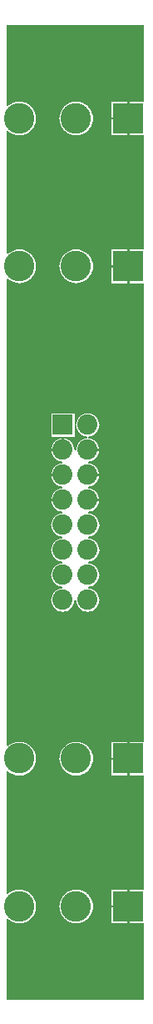
<source format=gtl>
%FSLAX33Y33*%
%MOMM*%
%AMRect-W3100000-H3100000-RO1.500*
21,1,3.1,3.1,0.,0.,90*%
%ADD10C,0.0508*%
%ADD11C,0.68834*%
%ADD12R,2.049999X2.049999*%
%ADD13C,2.049999*%
%ADD14C,3.1*%
%ADD15Rect-W3100000-H3100000-RO1.500*%
D10*
%LNpour fill*%
G01*
X14475Y8247D02*
X14475Y8247D01*
X12978Y8247*
X12963Y8262*
X12963Y11738*
X12978Y11753*
X14475Y11753*
X14475Y23247*
X12978Y23247*
X12963Y23262*
X12963Y26738*
X12978Y26753*
X14475Y26753*
X14475Y73247*
X12978Y73247*
X12963Y73262*
X12963Y76738*
X12978Y76753*
X14475Y76753*
X14475Y88247*
X12978Y88247*
X12963Y88262*
X12963Y91738*
X12978Y91753*
X14475Y91753*
X14475Y99475*
X0525Y99475*
X0525Y91349*
X0623Y91302*
X0820Y91464*
X0822Y91465*
X1125Y91627*
X1127Y91628*
X1455Y91727*
X1458Y91728*
X1799Y91762*
X1801Y91762*
X2142Y91728*
X2145Y91727*
X2473Y91628*
X2475Y91627*
X2778Y91465*
X2780Y91464*
X3045Y91246*
X3046Y91245*
X3264Y90980*
X3265Y90978*
X3427Y90675*
X3428Y90673*
X3527Y90345*
X3528Y90342*
X3562Y90001*
X3562Y89999*
X3528Y89658*
X3527Y89655*
X3428Y89327*
X3427Y89325*
X3265Y89022*
X3264Y89020*
X3046Y88755*
X3045Y88754*
X2780Y88536*
X2778Y88535*
X2475Y88373*
X2473Y88372*
X2145Y88273*
X2142Y88272*
X1801Y88238*
X1799Y88238*
X1458Y88272*
X1455Y88273*
X1127Y88372*
X1125Y88373*
X0822Y88535*
X0820Y88536*
X0623Y88698*
X0525Y88651*
X0525Y76349*
X0623Y76302*
X0820Y76464*
X0822Y76465*
X1125Y76627*
X1127Y76628*
X1455Y76727*
X1458Y76728*
X1799Y76762*
X1801Y76762*
X2142Y76728*
X2145Y76727*
X2473Y76628*
X2475Y76627*
X2778Y76465*
X2780Y76464*
X3045Y76246*
X3046Y76245*
X3264Y75980*
X3265Y75978*
X3427Y75675*
X3428Y75673*
X3527Y75345*
X3528Y75342*
X3562Y75001*
X3562Y74999*
X3528Y74658*
X3527Y74655*
X3428Y74327*
X3427Y74325*
X3265Y74022*
X3264Y74020*
X3046Y73755*
X3045Y73754*
X2780Y73536*
X2778Y73535*
X2475Y73373*
X2473Y73372*
X2145Y73273*
X2142Y73272*
X1801Y73238*
X1799Y73238*
X1458Y73272*
X1455Y73273*
X1127Y73372*
X1125Y73373*
X0822Y73535*
X0820Y73536*
X0623Y73698*
X0525Y73651*
X0525Y26349*
X0623Y26302*
X0820Y26464*
X0822Y26465*
X1125Y26627*
X1127Y26628*
X1455Y26727*
X1458Y26728*
X1799Y26762*
X1801Y26762*
X2142Y26728*
X2145Y26727*
X2473Y26628*
X2475Y26627*
X2778Y26465*
X2780Y26464*
X3045Y26246*
X3046Y26245*
X3264Y25980*
X3265Y25978*
X3427Y25675*
X3428Y25673*
X3527Y25345*
X3528Y25342*
X3562Y25001*
X3562Y24999*
X3528Y24658*
X3527Y24655*
X3428Y24327*
X3427Y24325*
X3265Y24022*
X3264Y24020*
X3046Y23755*
X3045Y23754*
X2780Y23536*
X2778Y23535*
X2475Y23373*
X2473Y23372*
X2145Y23273*
X2142Y23272*
X1801Y23238*
X1799Y23238*
X1458Y23272*
X1455Y23273*
X1127Y23372*
X1125Y23373*
X0822Y23535*
X0820Y23536*
X0623Y23698*
X0525Y23651*
X0525Y11349*
X0623Y11302*
X0820Y11464*
X0822Y11465*
X1125Y11627*
X1127Y11628*
X1455Y11727*
X1458Y11728*
X1799Y11762*
X1801Y11762*
X2142Y11728*
X2145Y11727*
X2473Y11628*
X2475Y11627*
X2778Y11465*
X2780Y11464*
X3045Y11246*
X3046Y11245*
X3264Y10980*
X3265Y10978*
X3427Y10675*
X3428Y10673*
X3527Y10345*
X3528Y10342*
X3562Y10001*
X3562Y9999*
X3528Y9658*
X3527Y9655*
X3428Y9327*
X3427Y9325*
X3265Y9022*
X3264Y9020*
X3046Y8755*
X3045Y8754*
X2780Y8536*
X2778Y8535*
X2475Y8373*
X2473Y8372*
X2145Y8273*
X2142Y8272*
X1801Y8238*
X1799Y8238*
X1458Y8272*
X1455Y8273*
X1127Y8372*
X1125Y8373*
X0822Y8535*
X0820Y8536*
X0623Y8698*
X0525Y8651*
X0525Y0525*
X14475Y0525*
X14475Y8247*
X12836Y90078D02*
X12836Y90078D01*
X12836Y91738*
X12822Y91753*
X11162Y91753*
X11147Y91738*
X11147Y90078*
X11162Y90064*
X12822Y90064*
X12836Y90078*
X12836Y88262D02*
X12836Y88262D01*
X12836Y89922*
X12822Y89936*
X11162Y89936*
X11147Y89922*
X11147Y88262*
X11162Y88247*
X12822Y88247*
X12836Y88262*
X7942Y88272D02*
X7942Y88272D01*
X7945Y88273*
X8273Y88372*
X8275Y88373*
X8578Y88535*
X8580Y88536*
X8845Y88754*
X8846Y88755*
X9064Y89020*
X9065Y89022*
X9227Y89325*
X9228Y89327*
X9327Y89655*
X9328Y89658*
X9362Y89999*
X9362Y90001*
X9328Y90342*
X9327Y90345*
X9228Y90673*
X9227Y90675*
X9065Y90978*
X9064Y90980*
X8846Y91245*
X8845Y91246*
X8580Y91464*
X8578Y91465*
X8275Y91627*
X8273Y91628*
X7945Y91727*
X7942Y91728*
X7601Y91762*
X7599Y91762*
X7258Y91728*
X7255Y91727*
X6927Y91628*
X6925Y91627*
X6622Y91465*
X6620Y91464*
X6355Y91246*
X6354Y91245*
X6136Y90980*
X6135Y90978*
X5973Y90675*
X5972Y90673*
X5873Y90345*
X5872Y90342*
X5838Y90001*
X5838Y89999*
X5872Y89658*
X5873Y89655*
X5972Y89327*
X5973Y89325*
X6135Y89022*
X6136Y89020*
X6354Y88755*
X6355Y88754*
X6620Y88536*
X6622Y88535*
X6925Y88373*
X6927Y88372*
X7255Y88273*
X7258Y88272*
X7599Y88238*
X7601Y88238*
X7942Y88272*
X12836Y75078D02*
X12836Y75078D01*
X12836Y76738*
X12822Y76753*
X11162Y76753*
X11147Y76738*
X11147Y75078*
X11162Y75064*
X12822Y75064*
X12836Y75078*
X12836Y73262D02*
X12836Y73262D01*
X12836Y74922*
X12822Y74936*
X11162Y74936*
X11147Y74922*
X11147Y73262*
X11162Y73247*
X12822Y73247*
X12836Y73262*
X7942Y73272D02*
X7942Y73272D01*
X7945Y73273*
X8273Y73372*
X8275Y73373*
X8578Y73535*
X8580Y73536*
X8845Y73754*
X8846Y73755*
X9064Y74020*
X9065Y74022*
X9227Y74325*
X9228Y74327*
X9327Y74655*
X9328Y74658*
X9362Y74999*
X9362Y75001*
X9328Y75342*
X9327Y75345*
X9228Y75673*
X9227Y75675*
X9065Y75978*
X9064Y75980*
X8846Y76245*
X8845Y76246*
X8580Y76464*
X8578Y76465*
X8275Y76627*
X8273Y76628*
X7945Y76727*
X7942Y76728*
X7601Y76762*
X7599Y76762*
X7258Y76728*
X7255Y76727*
X6927Y76628*
X6925Y76627*
X6622Y76465*
X6620Y76464*
X6355Y76246*
X6354Y76245*
X6136Y75980*
X6135Y75978*
X5973Y75675*
X5972Y75673*
X5873Y75345*
X5872Y75342*
X5838Y75001*
X5838Y74999*
X5872Y74658*
X5873Y74655*
X5972Y74327*
X5973Y74325*
X6135Y74022*
X6136Y74020*
X6354Y73755*
X6355Y73754*
X6620Y73536*
X6622Y73535*
X6925Y73373*
X6927Y73372*
X7255Y73273*
X7258Y73272*
X7599Y73238*
X7601Y73238*
X7942Y73272*
X7458Y57677D02*
X7458Y57677D01*
X7458Y60103*
X7443Y60118*
X5017Y60118*
X5002Y60103*
X5002Y57677*
X5017Y57662*
X7443Y57662*
X7458Y57677*
X6167Y56428D02*
X6167Y56428D01*
X6167Y57561*
X6150Y57576*
X5990Y57561*
X5988Y57560*
X5759Y57491*
X5757Y57490*
X5545Y57377*
X5543Y57375*
X5358Y57223*
X5357Y57222*
X5205Y57037*
X5203Y57035*
X5090Y56823*
X5089Y56821*
X5020Y56592*
X5019Y56590*
X5004Y56430*
X5019Y56413*
X6152Y56413*
X6167Y56428*
X8820Y42421D02*
X8820Y42421D01*
X8852Y42424*
X9010Y42439*
X9012Y42440*
X9241Y42509*
X9243Y42510*
X9455Y42623*
X9457Y42625*
X9642Y42777*
X9643Y42778*
X9795Y42963*
X9797Y42965*
X9910Y43177*
X9911Y43179*
X9980Y43408*
X9981Y43410*
X10004Y43649*
X10004Y43651*
X9981Y43890*
X9980Y43892*
X9911Y44121*
X9910Y44123*
X9797Y44335*
X9795Y44337*
X9643Y44522*
X9642Y44523*
X9457Y44675*
X9455Y44677*
X9243Y44790*
X9241Y44791*
X9012Y44860*
X9010Y44861*
X8872Y44874*
X8820Y44879*
X8820Y44961*
X8852Y44964*
X9010Y44979*
X9012Y44980*
X9241Y45049*
X9243Y45050*
X9455Y45163*
X9457Y45165*
X9642Y45317*
X9643Y45318*
X9795Y45503*
X9797Y45505*
X9910Y45717*
X9911Y45719*
X9980Y45948*
X9981Y45950*
X10004Y46189*
X10004Y46191*
X9981Y46430*
X9980Y46432*
X9911Y46661*
X9910Y46663*
X9797Y46875*
X9795Y46877*
X9643Y47062*
X9642Y47063*
X9457Y47215*
X9455Y47217*
X9243Y47330*
X9241Y47331*
X9012Y47400*
X9010Y47401*
X8872Y47414*
X8820Y47419*
X8820Y47501*
X8852Y47504*
X9010Y47519*
X9012Y47520*
X9241Y47589*
X9243Y47590*
X9455Y47703*
X9457Y47705*
X9642Y47857*
X9643Y47858*
X9795Y48043*
X9797Y48045*
X9910Y48257*
X9911Y48259*
X9980Y48488*
X9981Y48490*
X10004Y48729*
X10004Y48731*
X9981Y48970*
X9980Y48972*
X9911Y49201*
X9910Y49203*
X9797Y49415*
X9795Y49417*
X9643Y49602*
X9642Y49603*
X9457Y49755*
X9455Y49757*
X9243Y49870*
X9241Y49871*
X9012Y49940*
X9010Y49941*
X8872Y49954*
X8820Y49959*
X8820Y50041*
X8852Y50044*
X9010Y50059*
X9012Y50060*
X9241Y50129*
X9243Y50130*
X9455Y50243*
X9457Y50245*
X9642Y50397*
X9643Y50398*
X9795Y50583*
X9797Y50585*
X9910Y50797*
X9911Y50799*
X9980Y51028*
X9981Y51030*
X9996Y51190*
X9981Y51206*
X8795Y51206*
X8795Y51334*
X9981Y51334*
X9996Y51350*
X9981Y51510*
X9980Y51512*
X9911Y51741*
X9910Y51743*
X9797Y51955*
X9795Y51957*
X9643Y52142*
X9642Y52143*
X9457Y52295*
X9455Y52297*
X9243Y52410*
X9241Y52411*
X9012Y52480*
X9010Y52481*
X8872Y52494*
X8820Y52499*
X8820Y52581*
X8852Y52584*
X9010Y52599*
X9012Y52600*
X9241Y52669*
X9243Y52670*
X9455Y52783*
X9457Y52785*
X9642Y52937*
X9643Y52938*
X9795Y53123*
X9797Y53125*
X9910Y53337*
X9911Y53339*
X9980Y53568*
X9981Y53570*
X9996Y53730*
X9981Y53746*
X8795Y53746*
X8795Y53873*
X9981Y53873*
X9996Y53890*
X9981Y54050*
X9980Y54052*
X9911Y54281*
X9910Y54283*
X9797Y54495*
X9795Y54497*
X9643Y54682*
X9642Y54683*
X9457Y54835*
X9455Y54837*
X9243Y54950*
X9241Y54951*
X9012Y55020*
X9010Y55021*
X8872Y55034*
X8820Y55039*
X8820Y55121*
X8852Y55124*
X9010Y55139*
X9012Y55140*
X9241Y55209*
X9243Y55210*
X9455Y55323*
X9457Y55325*
X9642Y55477*
X9643Y55478*
X9795Y55663*
X9797Y55665*
X9910Y55877*
X9911Y55879*
X9980Y56108*
X9981Y56110*
X9996Y56270*
X9981Y56286*
X8795Y56286*
X8795Y56413*
X9981Y56413*
X9996Y56430*
X9981Y56590*
X9980Y56592*
X9911Y56821*
X9910Y56823*
X9797Y57035*
X9795Y57037*
X9643Y57222*
X9642Y57223*
X9457Y57375*
X9455Y57377*
X9243Y57490*
X9241Y57491*
X9012Y57560*
X9010Y57561*
X8872Y57574*
X8820Y57579*
X8820Y57661*
X8872Y57666*
X8872Y57666*
X9010Y57679*
X9012Y57680*
X9241Y57749*
X9243Y57750*
X9455Y57863*
X9457Y57865*
X9642Y58017*
X9643Y58018*
X9795Y58203*
X9797Y58205*
X9910Y58417*
X9911Y58419*
X9980Y58648*
X9981Y58650*
X10004Y58889*
X10004Y58891*
X9981Y59130*
X9980Y59132*
X9911Y59361*
X9910Y59363*
X9797Y59575*
X9795Y59577*
X9643Y59762*
X9642Y59763*
X9457Y59915*
X9455Y59917*
X9243Y60030*
X9241Y60031*
X9012Y60100*
X9010Y60101*
X8771Y60124*
X8769Y60124*
X8530Y60101*
X8528Y60100*
X8299Y60031*
X8297Y60030*
X8085Y59917*
X8083Y59915*
X7898Y59763*
X7897Y59762*
X7745Y59577*
X7743Y59575*
X7630Y59363*
X7629Y59361*
X7560Y59132*
X7559Y59130*
X7536Y58891*
X7536Y58889*
X7559Y58650*
X7560Y58648*
X7629Y58419*
X7630Y58417*
X7743Y58205*
X7745Y58203*
X7897Y58018*
X7898Y58017*
X8083Y57865*
X8085Y57863*
X8297Y57750*
X8299Y57749*
X8528Y57680*
X8530Y57679*
X8668Y57666*
X8720Y57661*
X8720Y57579*
X8668Y57574*
X8668Y57574*
X8530Y57561*
X8528Y57560*
X8299Y57491*
X8297Y57490*
X8085Y57377*
X8083Y57375*
X7898Y57223*
X7897Y57222*
X7745Y57037*
X7743Y57035*
X7630Y56823*
X7629Y56821*
X7560Y56592*
X7559Y56590*
X7546Y56452*
X7541Y56400*
X7459Y56400*
X7456Y56432*
X7441Y56590*
X7440Y56592*
X7371Y56821*
X7370Y56823*
X7257Y57035*
X7255Y57037*
X7103Y57222*
X7102Y57223*
X6917Y57375*
X6915Y57377*
X6703Y57490*
X6701Y57491*
X6472Y57560*
X6470Y57561*
X6310Y57576*
X6293Y57561*
X6293Y56375*
X6219Y56375*
X6205Y56361*
X6205Y56286*
X5019Y56286*
X5004Y56270*
X5019Y56110*
X5020Y56108*
X5089Y55879*
X5090Y55877*
X5203Y55665*
X5205Y55663*
X5357Y55478*
X5358Y55477*
X5543Y55325*
X5545Y55323*
X5757Y55210*
X5759Y55209*
X5988Y55140*
X5990Y55139*
X6128Y55126*
X6180Y55121*
X6180Y55039*
X6148Y55036*
X5990Y55021*
X5988Y55020*
X5759Y54951*
X5757Y54950*
X5545Y54837*
X5543Y54835*
X5358Y54683*
X5357Y54682*
X5205Y54497*
X5203Y54495*
X5090Y54283*
X5089Y54281*
X5020Y54052*
X5019Y54050*
X5004Y53890*
X5019Y53873*
X6205Y53873*
X6205Y53746*
X5019Y53746*
X5004Y53730*
X5019Y53570*
X5020Y53568*
X5089Y53339*
X5090Y53337*
X5203Y53125*
X5205Y53123*
X5357Y52938*
X5358Y52937*
X5543Y52785*
X5545Y52783*
X5757Y52670*
X5759Y52669*
X5988Y52600*
X5990Y52599*
X6128Y52586*
X6180Y52581*
X6180Y52499*
X6148Y52496*
X5990Y52481*
X5988Y52480*
X5759Y52411*
X5757Y52410*
X5545Y52297*
X5543Y52295*
X5358Y52143*
X5357Y52142*
X5205Y51957*
X5203Y51955*
X5090Y51743*
X5089Y51741*
X5020Y51512*
X5019Y51510*
X5004Y51350*
X5019Y51334*
X6205Y51334*
X6205Y51206*
X5019Y51206*
X5004Y51190*
X5019Y51030*
X5020Y51028*
X5089Y50799*
X5090Y50797*
X5203Y50585*
X5205Y50583*
X5357Y50398*
X5358Y50397*
X5543Y50245*
X5545Y50243*
X5757Y50130*
X5759Y50129*
X5988Y50060*
X5990Y50059*
X6128Y50046*
X6180Y50041*
X6180Y49959*
X6148Y49956*
X5990Y49941*
X5988Y49940*
X5759Y49871*
X5757Y49870*
X5545Y49757*
X5543Y49755*
X5358Y49603*
X5357Y49602*
X5205Y49417*
X5203Y49415*
X5090Y49203*
X5089Y49201*
X5020Y48972*
X5019Y48970*
X4996Y48731*
X4996Y48729*
X5019Y48490*
X5020Y48488*
X5089Y48259*
X5090Y48257*
X5203Y48045*
X5205Y48043*
X5357Y47858*
X5358Y47857*
X5543Y47705*
X5545Y47703*
X5757Y47590*
X5759Y47589*
X5988Y47520*
X5990Y47519*
X6128Y47506*
X6180Y47501*
X6180Y47419*
X6148Y47416*
X5990Y47401*
X5988Y47400*
X5759Y47331*
X5757Y47330*
X5545Y47217*
X5543Y47215*
X5358Y47063*
X5357Y47062*
X5205Y46877*
X5203Y46875*
X5090Y46663*
X5089Y46661*
X5020Y46432*
X5019Y46430*
X4996Y46191*
X4996Y46189*
X5019Y45950*
X5020Y45948*
X5089Y45719*
X5090Y45717*
X5203Y45505*
X5205Y45503*
X5357Y45318*
X5358Y45317*
X5543Y45165*
X5545Y45163*
X5757Y45050*
X5759Y45049*
X5988Y44980*
X5990Y44979*
X6128Y44966*
X6180Y44961*
X6180Y44879*
X6148Y44876*
X5990Y44861*
X5988Y44860*
X5759Y44791*
X5757Y44790*
X5545Y44677*
X5543Y44675*
X5358Y44523*
X5357Y44522*
X5205Y44337*
X5203Y44335*
X5090Y44123*
X5089Y44121*
X5020Y43892*
X5019Y43890*
X4996Y43651*
X4996Y43649*
X5019Y43410*
X5020Y43408*
X5089Y43179*
X5090Y43177*
X5203Y42965*
X5205Y42963*
X5357Y42778*
X5358Y42777*
X5543Y42625*
X5545Y42623*
X5757Y42510*
X5759Y42509*
X5988Y42440*
X5990Y42439*
X6128Y42426*
X6180Y42421*
X6180Y42339*
X6148Y42336*
X5990Y42321*
X5988Y42320*
X5759Y42251*
X5757Y42250*
X5545Y42137*
X5543Y42135*
X5358Y41983*
X5357Y41982*
X5205Y41797*
X5203Y41795*
X5090Y41583*
X5089Y41581*
X5020Y41352*
X5019Y41350*
X4996Y41111*
X4996Y41109*
X5019Y40870*
X5020Y40868*
X5089Y40639*
X5090Y40637*
X5203Y40425*
X5205Y40423*
X5357Y40238*
X5358Y40237*
X5543Y40085*
X5545Y40083*
X5757Y39970*
X5759Y39969*
X5988Y39900*
X5990Y39899*
X6229Y39876*
X6231Y39876*
X6470Y39899*
X6472Y39900*
X6701Y39969*
X6703Y39970*
X6915Y40083*
X6917Y40085*
X7102Y40237*
X7103Y40238*
X7255Y40423*
X7257Y40425*
X7370Y40637*
X7371Y40639*
X7440Y40868*
X7441Y40870*
X7454Y41008*
X7459Y41060*
X7541Y41060*
X7544Y41028*
X7559Y40870*
X7560Y40868*
X7629Y40639*
X7630Y40637*
X7743Y40425*
X7745Y40423*
X7897Y40238*
X7898Y40237*
X8083Y40085*
X8085Y40083*
X8297Y39970*
X8299Y39969*
X8528Y39900*
X8530Y39899*
X8769Y39876*
X8771Y39876*
X9010Y39899*
X9012Y39900*
X9241Y39969*
X9243Y39970*
X9455Y40083*
X9457Y40085*
X9642Y40237*
X9643Y40238*
X9795Y40423*
X9797Y40425*
X9910Y40637*
X9911Y40639*
X9980Y40868*
X9981Y40870*
X10004Y41109*
X10004Y41111*
X9981Y41350*
X9980Y41352*
X9911Y41581*
X9910Y41583*
X9797Y41795*
X9795Y41797*
X9643Y41982*
X9642Y41983*
X9457Y42135*
X9455Y42137*
X9243Y42250*
X9241Y42251*
X9012Y42320*
X9010Y42321*
X8872Y42334*
X8820Y42339*
X8820Y42421*
X12836Y25078D02*
X12836Y25078D01*
X12836Y26738*
X12822Y26753*
X11162Y26753*
X11147Y26738*
X11147Y25078*
X11162Y25064*
X12822Y25064*
X12836Y25078*
X12836Y23262D02*
X12836Y23262D01*
X12836Y24922*
X12822Y24936*
X11162Y24936*
X11147Y24922*
X11147Y23262*
X11162Y23247*
X12822Y23247*
X12836Y23262*
X7942Y23272D02*
X7942Y23272D01*
X7945Y23273*
X8273Y23372*
X8275Y23373*
X8578Y23535*
X8580Y23536*
X8845Y23754*
X8846Y23755*
X9064Y24020*
X9065Y24022*
X9227Y24325*
X9228Y24327*
X9327Y24655*
X9328Y24658*
X9362Y24999*
X9362Y25001*
X9328Y25342*
X9327Y25345*
X9228Y25673*
X9227Y25675*
X9065Y25978*
X9064Y25980*
X8846Y26245*
X8845Y26246*
X8580Y26464*
X8578Y26465*
X8275Y26627*
X8273Y26628*
X7945Y26727*
X7942Y26728*
X7601Y26762*
X7599Y26762*
X7258Y26728*
X7255Y26727*
X6927Y26628*
X6925Y26627*
X6622Y26465*
X6620Y26464*
X6355Y26246*
X6354Y26245*
X6136Y25980*
X6135Y25978*
X5973Y25675*
X5972Y25673*
X5873Y25345*
X5872Y25342*
X5838Y25001*
X5838Y24999*
X5872Y24658*
X5873Y24655*
X5972Y24327*
X5973Y24325*
X6135Y24022*
X6136Y24020*
X6354Y23755*
X6355Y23754*
X6620Y23536*
X6622Y23535*
X6925Y23373*
X6927Y23372*
X7255Y23273*
X7258Y23272*
X7599Y23238*
X7601Y23238*
X7942Y23272*
X12836Y10078D02*
X12836Y10078D01*
X12836Y11738*
X12822Y11753*
X11162Y11753*
X11147Y11738*
X11147Y10078*
X11162Y10063*
X12822Y10063*
X12836Y10078*
X12836Y8262D02*
X12836Y8262D01*
X12836Y9922*
X12822Y9937*
X11162Y9937*
X11147Y9922*
X11147Y8262*
X11162Y8247*
X12822Y8247*
X12836Y8262*
X7942Y8272D02*
X7942Y8272D01*
X7945Y8273*
X8273Y8372*
X8275Y8373*
X8578Y8535*
X8580Y8536*
X8845Y8754*
X8846Y8755*
X9064Y9020*
X9065Y9022*
X9227Y9325*
X9228Y9327*
X9327Y9655*
X9328Y9658*
X9362Y9999*
X9362Y10001*
X9328Y10342*
X9327Y10345*
X9228Y10673*
X9227Y10675*
X9065Y10978*
X9064Y10980*
X8846Y11245*
X8845Y11246*
X8580Y11464*
X8578Y11465*
X8275Y11627*
X8273Y11628*
X7945Y11727*
X7942Y11728*
X7601Y11762*
X7599Y11762*
X7258Y11728*
X7255Y11727*
X6927Y11628*
X6925Y11627*
X6622Y11465*
X6620Y11464*
X6355Y11246*
X6354Y11245*
X6136Y10980*
X6135Y10978*
X5973Y10675*
X5972Y10673*
X5873Y10345*
X5872Y10342*
X5838Y10001*
X5838Y9999*
X5872Y9658*
X5873Y9655*
X5972Y9327*
X5973Y9325*
X6135Y9022*
X6136Y9020*
X6354Y8755*
X6355Y8754*
X6620Y8536*
X6622Y8535*
X6925Y8373*
X6927Y8372*
X7255Y8273*
X7258Y8272*
X7599Y8238*
X7601Y8238*
X7942Y8272*
X0525Y0550D02*
X14475Y0550D01*
X0525Y0599D02*
X14475Y0599D01*
X0525Y0649D02*
X14475Y0649D01*
X0525Y0698D02*
X14475Y0698D01*
X0525Y0748D02*
X14475Y0748D01*
X0525Y0797D02*
X14475Y0797D01*
X0525Y0847D02*
X14475Y0847D01*
X0525Y0896D02*
X14475Y0896D01*
X0525Y0946D02*
X14475Y0946D01*
X0525Y0995D02*
X14475Y0995D01*
X0525Y1045D02*
X14475Y1045D01*
X0525Y1094D02*
X14475Y1094D01*
X0525Y1144D02*
X14475Y1144D01*
X0525Y1193D02*
X14475Y1193D01*
X0525Y1243D02*
X14475Y1243D01*
X0525Y1292D02*
X14475Y1292D01*
X0525Y1342D02*
X14475Y1342D01*
X0525Y1392D02*
X14475Y1392D01*
X0525Y1441D02*
X14475Y1441D01*
X0525Y1491D02*
X14475Y1491D01*
X0525Y1540D02*
X14475Y1540D01*
X0525Y1590D02*
X14475Y1590D01*
X0525Y1639D02*
X14475Y1639D01*
X0525Y1689D02*
X14475Y1689D01*
X0525Y1738D02*
X14475Y1738D01*
X0525Y1788D02*
X14475Y1788D01*
X0525Y1837D02*
X14475Y1837D01*
X0525Y1887D02*
X14475Y1887D01*
X0525Y1936D02*
X14475Y1936D01*
X0525Y1986D02*
X14475Y1986D01*
X0525Y2035D02*
X14475Y2035D01*
X0525Y2085D02*
X14475Y2085D01*
X0525Y2134D02*
X14475Y2134D01*
X0525Y2184D02*
X14475Y2184D01*
X0525Y2234D02*
X14475Y2234D01*
X0525Y2283D02*
X14475Y2283D01*
X0525Y2333D02*
X14475Y2333D01*
X0525Y2382D02*
X14475Y2382D01*
X0525Y2432D02*
X14475Y2432D01*
X0525Y2481D02*
X14475Y2481D01*
X0525Y2531D02*
X14475Y2531D01*
X0525Y2580D02*
X14475Y2580D01*
X0525Y2630D02*
X14475Y2630D01*
X0525Y2679D02*
X14475Y2679D01*
X0525Y2729D02*
X14475Y2729D01*
X0525Y2778D02*
X14475Y2778D01*
X0525Y2828D02*
X14475Y2828D01*
X0525Y2877D02*
X14475Y2877D01*
X0525Y2927D02*
X14475Y2927D01*
X0525Y2976D02*
X14475Y2976D01*
X0525Y3026D02*
X14475Y3026D01*
X0525Y3076D02*
X14475Y3076D01*
X0525Y3125D02*
X14475Y3125D01*
X0525Y3175D02*
X14475Y3175D01*
X0525Y3224D02*
X14475Y3224D01*
X0525Y3274D02*
X14475Y3274D01*
X0525Y3323D02*
X14475Y3323D01*
X0525Y3373D02*
X14475Y3373D01*
X0525Y3422D02*
X14475Y3422D01*
X0525Y3472D02*
X14475Y3472D01*
X0525Y3521D02*
X14475Y3521D01*
X0525Y3571D02*
X14475Y3571D01*
X0525Y3620D02*
X14475Y3620D01*
X0525Y3670D02*
X14475Y3670D01*
X0525Y3719D02*
X14475Y3719D01*
X0525Y3769D02*
X14475Y3769D01*
X0525Y3819D02*
X14475Y3819D01*
X0525Y3868D02*
X14475Y3868D01*
X0525Y3918D02*
X14475Y3918D01*
X0525Y3967D02*
X14475Y3967D01*
X0525Y4017D02*
X14475Y4017D01*
X0525Y4066D02*
X14475Y4066D01*
X0525Y4116D02*
X14475Y4116D01*
X0525Y4165D02*
X14475Y4165D01*
X0525Y4215D02*
X14475Y4215D01*
X0525Y4264D02*
X14475Y4264D01*
X0525Y4314D02*
X14475Y4314D01*
X0525Y4363D02*
X14475Y4363D01*
X0525Y4413D02*
X14475Y4413D01*
X0525Y4462D02*
X14475Y4462D01*
X0525Y4512D02*
X14475Y4512D01*
X0525Y4561D02*
X14475Y4561D01*
X0525Y4611D02*
X14475Y4611D01*
X0525Y4661D02*
X14475Y4661D01*
X0525Y4710D02*
X14475Y4710D01*
X0525Y4760D02*
X14475Y4760D01*
X0525Y4809D02*
X14475Y4809D01*
X0525Y4859D02*
X14475Y4859D01*
X0525Y4908D02*
X14475Y4908D01*
X0525Y4958D02*
X14475Y4958D01*
X0525Y5007D02*
X14475Y5007D01*
X0525Y5057D02*
X14475Y5057D01*
X0525Y5106D02*
X14475Y5106D01*
X0525Y5156D02*
X14475Y5156D01*
X0525Y5205D02*
X14475Y5205D01*
X0525Y5255D02*
X14475Y5255D01*
X0525Y5304D02*
X14475Y5304D01*
X0525Y5354D02*
X14475Y5354D01*
X0525Y5403D02*
X14475Y5403D01*
X0525Y5453D02*
X14475Y5453D01*
X0525Y5503D02*
X14475Y5503D01*
X0525Y5552D02*
X14475Y5552D01*
X0525Y5602D02*
X14475Y5602D01*
X0525Y5651D02*
X14475Y5651D01*
X0525Y5701D02*
X14475Y5701D01*
X0525Y5750D02*
X14475Y5750D01*
X0525Y5800D02*
X14475Y5800D01*
X0525Y5849D02*
X14475Y5849D01*
X0525Y5899D02*
X14475Y5899D01*
X0525Y5948D02*
X14475Y5948D01*
X0525Y5998D02*
X14475Y5998D01*
X0525Y6047D02*
X14475Y6047D01*
X0525Y6097D02*
X14475Y6097D01*
X0525Y6146D02*
X14475Y6146D01*
X0525Y6196D02*
X14475Y6196D01*
X0525Y6245D02*
X14475Y6245D01*
X0525Y6295D02*
X14475Y6295D01*
X0525Y6345D02*
X14475Y6345D01*
X0525Y6394D02*
X14475Y6394D01*
X0525Y6444D02*
X14475Y6444D01*
X0525Y6493D02*
X14475Y6493D01*
X0525Y6543D02*
X14475Y6543D01*
X0525Y6592D02*
X14475Y6592D01*
X0525Y6642D02*
X14475Y6642D01*
X0525Y6691D02*
X14475Y6691D01*
X0525Y6741D02*
X14475Y6741D01*
X0525Y6790D02*
X14475Y6790D01*
X0525Y6840D02*
X14475Y6840D01*
X0525Y6889D02*
X14475Y6889D01*
X0525Y6939D02*
X14475Y6939D01*
X0525Y6988D02*
X14475Y6988D01*
X0525Y7038D02*
X14475Y7038D01*
X0525Y7087D02*
X14475Y7087D01*
X0525Y7137D02*
X14475Y7137D01*
X0525Y7187D02*
X14475Y7187D01*
X0525Y7236D02*
X14475Y7236D01*
X0525Y7286D02*
X14475Y7286D01*
X0525Y7335D02*
X14475Y7335D01*
X0525Y7385D02*
X14475Y7385D01*
X0525Y7434D02*
X14475Y7434D01*
X0525Y7484D02*
X14475Y7484D01*
X0525Y7533D02*
X14475Y7533D01*
X0525Y7583D02*
X14475Y7583D01*
X0525Y7632D02*
X14475Y7632D01*
X0525Y7682D02*
X14475Y7682D01*
X0525Y7731D02*
X14475Y7731D01*
X0525Y7781D02*
X14475Y7781D01*
X0525Y7830D02*
X14475Y7830D01*
X0525Y7880D02*
X14475Y7880D01*
X0525Y7929D02*
X14475Y7929D01*
X0525Y7979D02*
X14475Y7979D01*
X0525Y8029D02*
X14475Y8029D01*
X0525Y8078D02*
X14475Y8078D01*
X0525Y8128D02*
X14475Y8128D01*
X0525Y8177D02*
X14475Y8177D01*
X0525Y8227D02*
X14475Y8227D01*
X0525Y8276D02*
X1443Y8276D01*
X2157Y8276D02*
X7243Y8276D01*
X7957Y8276D02*
X11147Y8276D01*
X12836Y8276D02*
X12963Y8276D01*
X0525Y8326D02*
X1280Y8326D01*
X2320Y8326D02*
X7080Y8326D01*
X8120Y8326D02*
X11147Y8326D01*
X12836Y8326D02*
X12963Y8326D01*
X0525Y8375D02*
X1120Y8375D01*
X2480Y8375D02*
X6920Y8375D01*
X8280Y8375D02*
X11147Y8375D01*
X12836Y8375D02*
X12963Y8375D01*
X0525Y8425D02*
X1028Y8425D01*
X2572Y8425D02*
X6828Y8425D01*
X8372Y8425D02*
X11147Y8425D01*
X12836Y8425D02*
X12963Y8425D01*
X0525Y8474D02*
X0935Y8474D01*
X2665Y8474D02*
X6735Y8474D01*
X8465Y8474D02*
X11147Y8474D01*
X12836Y8474D02*
X12963Y8474D01*
X0525Y8524D02*
X0843Y8524D01*
X2757Y8524D02*
X6643Y8524D01*
X8557Y8524D02*
X11147Y8524D01*
X12836Y8524D02*
X12963Y8524D01*
X0525Y8573D02*
X0775Y8573D01*
X2825Y8573D02*
X6575Y8573D01*
X8625Y8573D02*
X11147Y8573D01*
X12836Y8573D02*
X12963Y8573D01*
X0525Y8623D02*
X0714Y8623D01*
X2886Y8623D02*
X6514Y8623D01*
X8686Y8623D02*
X11147Y8623D01*
X12836Y8623D02*
X12963Y8623D01*
X0570Y8672D02*
X0654Y8672D01*
X2946Y8672D02*
X6454Y8672D01*
X8746Y8672D02*
X11147Y8672D01*
X12836Y8672D02*
X12963Y8672D01*
X3006Y8722D02*
X6394Y8722D01*
X8806Y8722D02*
X11147Y8722D01*
X12836Y8722D02*
X12963Y8722D01*
X3060Y8772D02*
X6340Y8772D01*
X8860Y8772D02*
X11147Y8772D01*
X12836Y8772D02*
X12963Y8772D01*
X3100Y8821D02*
X6300Y8821D01*
X8900Y8821D02*
X11147Y8821D01*
X12836Y8821D02*
X12963Y8821D01*
X3141Y8871D02*
X6259Y8871D01*
X8941Y8871D02*
X11147Y8871D01*
X12836Y8871D02*
X12963Y8871D01*
X3182Y8920D02*
X6218Y8920D01*
X8982Y8920D02*
X11147Y8920D01*
X12836Y8920D02*
X12963Y8920D01*
X3222Y8970D02*
X6178Y8970D01*
X9022Y8970D02*
X11147Y8970D01*
X12836Y8970D02*
X12963Y8970D01*
X3263Y9019D02*
X6137Y9019D01*
X9063Y9019D02*
X11147Y9019D01*
X12836Y9019D02*
X12963Y9019D01*
X3290Y9069D02*
X6110Y9069D01*
X9090Y9069D02*
X11147Y9069D01*
X12836Y9069D02*
X12963Y9069D01*
X3317Y9118D02*
X6083Y9118D01*
X9117Y9118D02*
X11147Y9118D01*
X12836Y9118D02*
X12963Y9118D01*
X3343Y9168D02*
X6057Y9168D01*
X9143Y9168D02*
X11147Y9168D01*
X12836Y9168D02*
X12963Y9168D01*
X3370Y9217D02*
X6030Y9217D01*
X9170Y9217D02*
X11147Y9217D01*
X12836Y9217D02*
X12963Y9217D01*
X3396Y9267D02*
X6004Y9267D01*
X9196Y9267D02*
X11147Y9267D01*
X12836Y9267D02*
X12963Y9267D01*
X3423Y9316D02*
X5977Y9316D01*
X9223Y9316D02*
X11147Y9316D01*
X12836Y9316D02*
X12963Y9316D01*
X3440Y9366D02*
X5960Y9366D01*
X9240Y9366D02*
X11147Y9366D01*
X12836Y9366D02*
X12963Y9366D01*
X3455Y9415D02*
X5945Y9415D01*
X9255Y9415D02*
X11147Y9415D01*
X12836Y9415D02*
X12963Y9415D01*
X3470Y9465D02*
X5930Y9465D01*
X9270Y9465D02*
X11147Y9465D01*
X12836Y9465D02*
X12963Y9465D01*
X3485Y9514D02*
X5915Y9514D01*
X9285Y9514D02*
X11147Y9514D01*
X12836Y9514D02*
X12963Y9514D01*
X3500Y9564D02*
X5900Y9564D01*
X9300Y9564D02*
X11147Y9564D01*
X12836Y9564D02*
X12963Y9564D01*
X3515Y9614D02*
X5885Y9614D01*
X9315Y9614D02*
X11147Y9614D01*
X12836Y9614D02*
X12963Y9614D01*
X3528Y9663D02*
X5872Y9663D01*
X9328Y9663D02*
X11147Y9663D01*
X12836Y9663D02*
X12963Y9663D01*
X3533Y9713D02*
X5867Y9713D01*
X9333Y9713D02*
X11147Y9713D01*
X12836Y9713D02*
X12963Y9713D01*
X3538Y9762D02*
X5862Y9762D01*
X9338Y9762D02*
X11147Y9762D01*
X12836Y9762D02*
X12963Y9762D01*
X3543Y9812D02*
X5857Y9812D01*
X9343Y9812D02*
X11147Y9812D01*
X12836Y9812D02*
X12963Y9812D01*
X3548Y9861D02*
X5852Y9861D01*
X9348Y9861D02*
X11147Y9861D01*
X12836Y9861D02*
X12963Y9861D01*
X3553Y9911D02*
X5847Y9911D01*
X9353Y9911D02*
X11147Y9911D01*
X12836Y9911D02*
X12963Y9911D01*
X3558Y9960D02*
X5842Y9960D01*
X9358Y9960D02*
X12963Y9960D01*
X3561Y10010D02*
X5839Y10010D01*
X9361Y10010D02*
X12963Y10010D01*
X3556Y10059D02*
X5844Y10059D01*
X9356Y10059D02*
X12963Y10059D01*
X3551Y10109D02*
X5849Y10109D01*
X9351Y10109D02*
X11147Y10109D01*
X12836Y10109D02*
X12963Y10109D01*
X3546Y10158D02*
X5854Y10158D01*
X9346Y10158D02*
X11147Y10158D01*
X12836Y10158D02*
X12963Y10158D01*
X3541Y10208D02*
X5859Y10208D01*
X9341Y10208D02*
X11147Y10208D01*
X12836Y10208D02*
X12963Y10208D01*
X3536Y10257D02*
X5864Y10257D01*
X9336Y10257D02*
X11147Y10257D01*
X12836Y10257D02*
X12963Y10257D01*
X3531Y10307D02*
X5869Y10307D01*
X9331Y10307D02*
X11147Y10307D01*
X12836Y10307D02*
X12963Y10307D01*
X3524Y10356D02*
X5876Y10356D01*
X9324Y10356D02*
X11147Y10356D01*
X12836Y10356D02*
X12963Y10356D01*
X3509Y10406D02*
X5891Y10406D01*
X9309Y10406D02*
X11147Y10406D01*
X12836Y10406D02*
X12963Y10406D01*
X3494Y10456D02*
X5906Y10456D01*
X9294Y10456D02*
X11147Y10456D01*
X12836Y10456D02*
X12963Y10456D01*
X3479Y10505D02*
X5921Y10505D01*
X9279Y10505D02*
X11147Y10505D01*
X12836Y10505D02*
X12963Y10505D01*
X3464Y10555D02*
X5936Y10555D01*
X9264Y10555D02*
X11147Y10555D01*
X12836Y10555D02*
X12963Y10555D01*
X3449Y10604D02*
X5951Y10604D01*
X9249Y10604D02*
X11147Y10604D01*
X12836Y10604D02*
X12963Y10604D01*
X3434Y10654D02*
X5966Y10654D01*
X9234Y10654D02*
X11147Y10654D01*
X12836Y10654D02*
X12963Y10654D01*
X3412Y10703D02*
X5988Y10703D01*
X9212Y10703D02*
X11147Y10703D01*
X12836Y10703D02*
X12963Y10703D01*
X3386Y10753D02*
X6014Y10753D01*
X9186Y10753D02*
X11147Y10753D01*
X12836Y10753D02*
X12963Y10753D01*
X3359Y10802D02*
X6041Y10802D01*
X9159Y10802D02*
X11147Y10802D01*
X12836Y10802D02*
X12963Y10802D01*
X3333Y10852D02*
X6067Y10852D01*
X9133Y10852D02*
X11147Y10852D01*
X12836Y10852D02*
X12963Y10852D01*
X3306Y10901D02*
X6094Y10901D01*
X9106Y10901D02*
X11147Y10901D01*
X12836Y10901D02*
X12963Y10901D01*
X3280Y10951D02*
X6120Y10951D01*
X9080Y10951D02*
X11147Y10951D01*
X12836Y10951D02*
X12963Y10951D01*
X3247Y11000D02*
X6153Y11000D01*
X9047Y11000D02*
X11147Y11000D01*
X12836Y11000D02*
X12963Y11000D01*
X3206Y11050D02*
X6194Y11050D01*
X9006Y11050D02*
X11147Y11050D01*
X12836Y11050D02*
X12963Y11050D01*
X3166Y11099D02*
X6234Y11099D01*
X8966Y11099D02*
X11147Y11099D01*
X12836Y11099D02*
X12963Y11099D01*
X3125Y11149D02*
X6275Y11149D01*
X8925Y11149D02*
X11147Y11149D01*
X12836Y11149D02*
X12963Y11149D01*
X3084Y11198D02*
X6316Y11198D01*
X8884Y11198D02*
X11147Y11198D01*
X12836Y11198D02*
X12963Y11198D01*
X3043Y11248D02*
X6357Y11248D01*
X8843Y11248D02*
X11147Y11248D01*
X12836Y11248D02*
X12963Y11248D01*
X2983Y11298D02*
X6417Y11298D01*
X8783Y11298D02*
X11147Y11298D01*
X12836Y11298D02*
X12963Y11298D01*
X0529Y11347D02*
X0678Y11347D01*
X2922Y11347D02*
X6478Y11347D01*
X8722Y11347D02*
X11147Y11347D01*
X12836Y11347D02*
X12963Y11347D01*
X0525Y11397D02*
X0738Y11397D01*
X2862Y11397D02*
X6538Y11397D01*
X8662Y11397D02*
X11147Y11397D01*
X12836Y11397D02*
X12963Y11397D01*
X0525Y11446D02*
X0799Y11446D01*
X2801Y11446D02*
X6599Y11446D01*
X8601Y11446D02*
X11147Y11446D01*
X12836Y11446D02*
X12963Y11446D01*
X0525Y11496D02*
X0879Y11496D01*
X2721Y11496D02*
X6679Y11496D01*
X8521Y11496D02*
X11147Y11496D01*
X12836Y11496D02*
X12963Y11496D01*
X0525Y11545D02*
X0972Y11545D01*
X2628Y11545D02*
X6772Y11545D01*
X8428Y11545D02*
X11147Y11545D01*
X12836Y11545D02*
X12963Y11545D01*
X0525Y11595D02*
X1064Y11595D01*
X2536Y11595D02*
X6864Y11595D01*
X8336Y11595D02*
X11147Y11595D01*
X12836Y11595D02*
X12963Y11595D01*
X0525Y11644D02*
X1181Y11644D01*
X2419Y11644D02*
X6981Y11644D01*
X8219Y11644D02*
X11147Y11644D01*
X12836Y11644D02*
X12963Y11644D01*
X0525Y11694D02*
X1344Y11694D01*
X2256Y11694D02*
X7144Y11694D01*
X8056Y11694D02*
X11147Y11694D01*
X12836Y11694D02*
X12963Y11694D01*
X0525Y11743D02*
X1613Y11743D01*
X1987Y11743D02*
X7413Y11743D01*
X7787Y11743D02*
X11152Y11743D01*
X12832Y11743D02*
X12968Y11743D01*
X0525Y11793D02*
X14475Y11793D01*
X0525Y11842D02*
X14475Y11842D01*
X0525Y11892D02*
X14475Y11892D01*
X0525Y11941D02*
X14475Y11941D01*
X0525Y11991D02*
X14475Y11991D01*
X0525Y12040D02*
X14475Y12040D01*
X0525Y12090D02*
X14475Y12090D01*
X0525Y12140D02*
X14475Y12140D01*
X0525Y12189D02*
X14475Y12189D01*
X0525Y12239D02*
X14475Y12239D01*
X0525Y12288D02*
X14475Y12288D01*
X0525Y12338D02*
X14475Y12338D01*
X0525Y12387D02*
X14475Y12387D01*
X0525Y12437D02*
X14475Y12437D01*
X0525Y12486D02*
X14475Y12486D01*
X0525Y12536D02*
X14475Y12536D01*
X0525Y12585D02*
X14475Y12585D01*
X0525Y12635D02*
X14475Y12635D01*
X0525Y12684D02*
X14475Y12684D01*
X0525Y12734D02*
X14475Y12734D01*
X0525Y12783D02*
X14475Y12783D01*
X0525Y12833D02*
X14475Y12833D01*
X0525Y12882D02*
X14475Y12882D01*
X0525Y12932D02*
X14475Y12932D01*
X0525Y12982D02*
X14475Y12982D01*
X0525Y13031D02*
X14475Y13031D01*
X0525Y13081D02*
X14475Y13081D01*
X0525Y13130D02*
X14475Y13130D01*
X0525Y13180D02*
X14475Y13180D01*
X0525Y13229D02*
X14475Y13229D01*
X0525Y13279D02*
X14475Y13279D01*
X0525Y13328D02*
X14475Y13328D01*
X0525Y13378D02*
X14475Y13378D01*
X0525Y13427D02*
X14475Y13427D01*
X0525Y13477D02*
X14475Y13477D01*
X0525Y13526D02*
X14475Y13526D01*
X0525Y13576D02*
X14475Y13576D01*
X0525Y13625D02*
X14475Y13625D01*
X0525Y13675D02*
X14475Y13675D01*
X0525Y13725D02*
X14475Y13725D01*
X0525Y13774D02*
X14475Y13774D01*
X0525Y13824D02*
X14475Y13824D01*
X0525Y13873D02*
X14475Y13873D01*
X0525Y13923D02*
X14475Y13923D01*
X0525Y13972D02*
X14475Y13972D01*
X0525Y14022D02*
X14475Y14022D01*
X0525Y14071D02*
X14475Y14071D01*
X0525Y14121D02*
X14475Y14121D01*
X0525Y14170D02*
X14475Y14170D01*
X0525Y14220D02*
X14475Y14220D01*
X0525Y14269D02*
X14475Y14269D01*
X0525Y14319D02*
X14475Y14319D01*
X0525Y14368D02*
X14475Y14368D01*
X0525Y14418D02*
X14475Y14418D01*
X0525Y14467D02*
X14475Y14467D01*
X0525Y14517D02*
X14475Y14517D01*
X0525Y14567D02*
X14475Y14567D01*
X0525Y14616D02*
X14475Y14616D01*
X0525Y14666D02*
X14475Y14666D01*
X0525Y14715D02*
X14475Y14715D01*
X0525Y14765D02*
X14475Y14765D01*
X0525Y14814D02*
X14475Y14814D01*
X0525Y14864D02*
X14475Y14864D01*
X0525Y14913D02*
X14475Y14913D01*
X0525Y14963D02*
X14475Y14963D01*
X0525Y15012D02*
X14475Y15012D01*
X0525Y15062D02*
X14475Y15062D01*
X0525Y15111D02*
X14475Y15111D01*
X0525Y15161D02*
X14475Y15161D01*
X0525Y15210D02*
X14475Y15210D01*
X0525Y15260D02*
X14475Y15260D01*
X0525Y15309D02*
X14475Y15309D01*
X0525Y15359D02*
X14475Y15359D01*
X0525Y15409D02*
X14475Y15409D01*
X0525Y15458D02*
X14475Y15458D01*
X0525Y15508D02*
X14475Y15508D01*
X0525Y15557D02*
X14475Y15557D01*
X0525Y15607D02*
X14475Y15607D01*
X0525Y15656D02*
X14475Y15656D01*
X0525Y15706D02*
X14475Y15706D01*
X0525Y15755D02*
X14475Y15755D01*
X0525Y15805D02*
X14475Y15805D01*
X0525Y15854D02*
X14475Y15854D01*
X0525Y15904D02*
X14475Y15904D01*
X0525Y15953D02*
X14475Y15953D01*
X0525Y16003D02*
X14475Y16003D01*
X0525Y16052D02*
X14475Y16052D01*
X0525Y16102D02*
X14475Y16102D01*
X0525Y16151D02*
X14475Y16151D01*
X0525Y16201D02*
X14475Y16201D01*
X0525Y16251D02*
X14475Y16251D01*
X0525Y16300D02*
X14475Y16300D01*
X0525Y16350D02*
X14475Y16350D01*
X0525Y16399D02*
X14475Y16399D01*
X0525Y16449D02*
X14475Y16449D01*
X0525Y16498D02*
X14475Y16498D01*
X0525Y16548D02*
X14475Y16548D01*
X0525Y16597D02*
X14475Y16597D01*
X0525Y16647D02*
X14475Y16647D01*
X0525Y16696D02*
X14475Y16696D01*
X0525Y16746D02*
X14475Y16746D01*
X0525Y16795D02*
X14475Y16795D01*
X0525Y16845D02*
X14475Y16845D01*
X0525Y16894D02*
X14475Y16894D01*
X0525Y16944D02*
X14475Y16944D01*
X0525Y16993D02*
X14475Y16993D01*
X0525Y17043D02*
X14475Y17043D01*
X0525Y17093D02*
X14475Y17093D01*
X0525Y17142D02*
X14475Y17142D01*
X0525Y17192D02*
X14475Y17192D01*
X0525Y17241D02*
X14475Y17241D01*
X0525Y17291D02*
X14475Y17291D01*
X0525Y17340D02*
X14475Y17340D01*
X0525Y17390D02*
X14475Y17390D01*
X0525Y17439D02*
X14475Y17439D01*
X0525Y17489D02*
X14475Y17489D01*
X0525Y17538D02*
X14475Y17538D01*
X0525Y17588D02*
X14475Y17588D01*
X0525Y17637D02*
X14475Y17637D01*
X0525Y17687D02*
X14475Y17687D01*
X0525Y17736D02*
X14475Y17736D01*
X0525Y17786D02*
X14475Y17786D01*
X0525Y17835D02*
X14475Y17835D01*
X0525Y17885D02*
X14475Y17885D01*
X0525Y17935D02*
X14475Y17935D01*
X0525Y17984D02*
X14475Y17984D01*
X0525Y18034D02*
X14475Y18034D01*
X0525Y18083D02*
X14475Y18083D01*
X0525Y18133D02*
X14475Y18133D01*
X0525Y18182D02*
X14475Y18182D01*
X0525Y18232D02*
X14475Y18232D01*
X0525Y18281D02*
X14475Y18281D01*
X0525Y18331D02*
X14475Y18331D01*
X0525Y18380D02*
X14475Y18380D01*
X0525Y18430D02*
X14475Y18430D01*
X0525Y18479D02*
X14475Y18479D01*
X0525Y18529D02*
X14475Y18529D01*
X0525Y18578D02*
X14475Y18578D01*
X0525Y18628D02*
X14475Y18628D01*
X0525Y18678D02*
X14475Y18678D01*
X0525Y18727D02*
X14475Y18727D01*
X0525Y18777D02*
X14475Y18777D01*
X0525Y18826D02*
X14475Y18826D01*
X0525Y18876D02*
X14475Y18876D01*
X0525Y18925D02*
X14475Y18925D01*
X0525Y18975D02*
X14475Y18975D01*
X0525Y19024D02*
X14475Y19024D01*
X0525Y19074D02*
X14475Y19074D01*
X0525Y19123D02*
X14475Y19123D01*
X0525Y19173D02*
X14475Y19173D01*
X0525Y19222D02*
X14475Y19222D01*
X0525Y19272D02*
X14475Y19272D01*
X0525Y19321D02*
X14475Y19321D01*
X0525Y19371D02*
X14475Y19371D01*
X0525Y19420D02*
X14475Y19420D01*
X0525Y19470D02*
X14475Y19470D01*
X0525Y19520D02*
X14475Y19520D01*
X0525Y19569D02*
X14475Y19569D01*
X0525Y19619D02*
X14475Y19619D01*
X0525Y19668D02*
X14475Y19668D01*
X0525Y19718D02*
X14475Y19718D01*
X0525Y19767D02*
X14475Y19767D01*
X0525Y19817D02*
X14475Y19817D01*
X0525Y19866D02*
X14475Y19866D01*
X0525Y19916D02*
X14475Y19916D01*
X0525Y19965D02*
X14475Y19965D01*
X0525Y20015D02*
X14475Y20015D01*
X0525Y20064D02*
X14475Y20064D01*
X0525Y20114D02*
X14475Y20114D01*
X0525Y20163D02*
X14475Y20163D01*
X0525Y20213D02*
X14475Y20213D01*
X0525Y20262D02*
X14475Y20262D01*
X0525Y20312D02*
X14475Y20312D01*
X0525Y20362D02*
X14475Y20362D01*
X0525Y20411D02*
X14475Y20411D01*
X0525Y20461D02*
X14475Y20461D01*
X0525Y20510D02*
X14475Y20510D01*
X0525Y20560D02*
X14475Y20560D01*
X0525Y20609D02*
X14475Y20609D01*
X0525Y20659D02*
X14475Y20659D01*
X0525Y20708D02*
X14475Y20708D01*
X0525Y20758D02*
X14475Y20758D01*
X0525Y20807D02*
X14475Y20807D01*
X0525Y20857D02*
X14475Y20857D01*
X0525Y20906D02*
X14475Y20906D01*
X0525Y20956D02*
X14475Y20956D01*
X0525Y21005D02*
X14475Y21005D01*
X0525Y21055D02*
X14475Y21055D01*
X0525Y21104D02*
X14475Y21104D01*
X0525Y21154D02*
X14475Y21154D01*
X0525Y21204D02*
X14475Y21204D01*
X0525Y21253D02*
X14475Y21253D01*
X0525Y21303D02*
X14475Y21303D01*
X0525Y21352D02*
X14475Y21352D01*
X0525Y21402D02*
X14475Y21402D01*
X0525Y21451D02*
X14475Y21451D01*
X0525Y21501D02*
X14475Y21501D01*
X0525Y21550D02*
X14475Y21550D01*
X0525Y21600D02*
X14475Y21600D01*
X0525Y21649D02*
X14475Y21649D01*
X0525Y21699D02*
X14475Y21699D01*
X0525Y21748D02*
X14475Y21748D01*
X0525Y21798D02*
X14475Y21798D01*
X0525Y21847D02*
X14475Y21847D01*
X0525Y21897D02*
X14475Y21897D01*
X0525Y21946D02*
X14475Y21946D01*
X0525Y21996D02*
X14475Y21996D01*
X0525Y22046D02*
X14475Y22046D01*
X0525Y22095D02*
X14475Y22095D01*
X0525Y22145D02*
X14475Y22145D01*
X0525Y22194D02*
X14475Y22194D01*
X0525Y22244D02*
X14475Y22244D01*
X0525Y22293D02*
X14475Y22293D01*
X0525Y22343D02*
X14475Y22343D01*
X0525Y22392D02*
X14475Y22392D01*
X0525Y22442D02*
X14475Y22442D01*
X0525Y22491D02*
X14475Y22491D01*
X0525Y22541D02*
X14475Y22541D01*
X0525Y22590D02*
X14475Y22590D01*
X0525Y22640D02*
X14475Y22640D01*
X0525Y22689D02*
X14475Y22689D01*
X0525Y22739D02*
X14475Y22739D01*
X0525Y22788D02*
X14475Y22788D01*
X0525Y22838D02*
X14475Y22838D01*
X0525Y22888D02*
X14475Y22888D01*
X0525Y22937D02*
X14475Y22937D01*
X0525Y22987D02*
X14475Y22987D01*
X0525Y23036D02*
X14475Y23036D01*
X0525Y23086D02*
X14475Y23086D01*
X0525Y23135D02*
X14475Y23135D01*
X0525Y23185D02*
X14475Y23185D01*
X0525Y23234D02*
X14475Y23234D01*
X0525Y23284D02*
X1418Y23284D01*
X2182Y23284D02*
X7218Y23284D01*
X7982Y23284D02*
X11147Y23284D01*
X12836Y23284D02*
X12963Y23284D01*
X0525Y23333D02*
X1255Y23333D01*
X2345Y23333D02*
X7055Y23333D01*
X8145Y23333D02*
X11147Y23333D01*
X12836Y23333D02*
X12963Y23333D01*
X0525Y23383D02*
X1106Y23383D01*
X2494Y23383D02*
X6906Y23383D01*
X8294Y23383D02*
X11147Y23383D01*
X12836Y23383D02*
X12963Y23383D01*
X0525Y23432D02*
X1014Y23432D01*
X2586Y23432D02*
X6814Y23432D01*
X8386Y23432D02*
X11147Y23432D01*
X12836Y23432D02*
X12963Y23432D01*
X0525Y23482D02*
X0921Y23482D01*
X2679Y23482D02*
X6721Y23482D01*
X8479Y23482D02*
X11147Y23482D01*
X12836Y23482D02*
X12963Y23482D01*
X0525Y23531D02*
X0828Y23531D01*
X2772Y23531D02*
X6628Y23531D01*
X8572Y23531D02*
X11147Y23531D01*
X12836Y23531D02*
X12963Y23531D01*
X0525Y23581D02*
X0765Y23581D01*
X2835Y23581D02*
X6565Y23581D01*
X8635Y23581D02*
X11147Y23581D01*
X12836Y23581D02*
X12963Y23581D01*
X0525Y23631D02*
X0705Y23631D01*
X2895Y23631D02*
X6505Y23631D01*
X8695Y23631D02*
X11147Y23631D01*
X12836Y23631D02*
X12963Y23631D01*
X0586Y23680D02*
X0645Y23680D01*
X2955Y23680D02*
X6445Y23680D01*
X8755Y23680D02*
X11147Y23680D01*
X12836Y23680D02*
X12963Y23680D01*
X3016Y23730D02*
X6384Y23730D01*
X8816Y23730D02*
X11147Y23730D01*
X12836Y23730D02*
X12963Y23730D01*
X3066Y23779D02*
X6334Y23779D01*
X8866Y23779D02*
X11147Y23779D01*
X12836Y23779D02*
X12963Y23779D01*
X3107Y23829D02*
X6293Y23829D01*
X8907Y23829D02*
X11147Y23829D01*
X12836Y23829D02*
X12963Y23829D01*
X3147Y23878D02*
X6253Y23878D01*
X8947Y23878D02*
X11147Y23878D01*
X12836Y23878D02*
X12963Y23878D01*
X3188Y23928D02*
X6212Y23928D01*
X8988Y23928D02*
X11147Y23928D01*
X12836Y23928D02*
X12963Y23928D01*
X3229Y23977D02*
X6171Y23977D01*
X9029Y23977D02*
X11147Y23977D01*
X12836Y23977D02*
X12963Y23977D01*
X3268Y24027D02*
X6132Y24027D01*
X9068Y24027D02*
X11147Y24027D01*
X12836Y24027D02*
X12963Y24027D01*
X3294Y24076D02*
X6106Y24076D01*
X9094Y24076D02*
X11147Y24076D01*
X12836Y24076D02*
X12963Y24076D01*
X3321Y24126D02*
X6079Y24126D01*
X9121Y24126D02*
X11147Y24126D01*
X12836Y24126D02*
X12963Y24126D01*
X3347Y24175D02*
X6053Y24175D01*
X9147Y24175D02*
X11147Y24175D01*
X12836Y24175D02*
X12963Y24175D01*
X3374Y24225D02*
X6026Y24225D01*
X9174Y24225D02*
X11147Y24225D01*
X12836Y24225D02*
X12963Y24225D01*
X3400Y24274D02*
X6000Y24274D01*
X9200Y24274D02*
X11147Y24274D01*
X12836Y24274D02*
X12963Y24274D01*
X3427Y24324D02*
X5973Y24324D01*
X9227Y24324D02*
X11147Y24324D01*
X12836Y24324D02*
X12963Y24324D01*
X3442Y24373D02*
X5958Y24373D01*
X9242Y24373D02*
X11147Y24373D01*
X12836Y24373D02*
X12963Y24373D01*
X3457Y24423D02*
X5943Y24423D01*
X9257Y24423D02*
X11147Y24423D01*
X12836Y24423D02*
X12963Y24423D01*
X3472Y24473D02*
X5928Y24473D01*
X9272Y24473D02*
X11147Y24473D01*
X12836Y24473D02*
X12963Y24473D01*
X3487Y24522D02*
X5913Y24522D01*
X9287Y24522D02*
X11147Y24522D01*
X12836Y24522D02*
X12963Y24522D01*
X3502Y24572D02*
X5898Y24572D01*
X9302Y24572D02*
X11147Y24572D01*
X12836Y24572D02*
X12963Y24572D01*
X3517Y24621D02*
X5883Y24621D01*
X9317Y24621D02*
X11147Y24621D01*
X12836Y24621D02*
X12963Y24621D01*
X3529Y24671D02*
X5871Y24671D01*
X9329Y24671D02*
X11147Y24671D01*
X12836Y24671D02*
X12963Y24671D01*
X3534Y24720D02*
X5866Y24720D01*
X9334Y24720D02*
X11147Y24720D01*
X12836Y24720D02*
X12963Y24720D01*
X3539Y24770D02*
X5861Y24770D01*
X9339Y24770D02*
X11147Y24770D01*
X12836Y24770D02*
X12963Y24770D01*
X3544Y24819D02*
X5856Y24819D01*
X9344Y24819D02*
X11147Y24819D01*
X12836Y24819D02*
X12963Y24819D01*
X3549Y24869D02*
X5851Y24869D01*
X9349Y24869D02*
X11147Y24869D01*
X12836Y24869D02*
X12963Y24869D01*
X3554Y24918D02*
X5846Y24918D01*
X9354Y24918D02*
X11147Y24918D01*
X12836Y24918D02*
X12963Y24918D01*
X3559Y24968D02*
X5841Y24968D01*
X9359Y24968D02*
X12963Y24968D01*
X3560Y25017D02*
X5840Y25017D01*
X9360Y25017D02*
X12963Y25017D01*
X3555Y25067D02*
X5845Y25067D01*
X9355Y25067D02*
X11158Y25067D01*
X12825Y25067D02*
X12963Y25067D01*
X3550Y25116D02*
X5850Y25116D01*
X9350Y25116D02*
X11147Y25116D01*
X12836Y25116D02*
X12963Y25116D01*
X3545Y25166D02*
X5855Y25166D01*
X9345Y25166D02*
X11147Y25166D01*
X12836Y25166D02*
X12963Y25166D01*
X3540Y25215D02*
X5860Y25215D01*
X9340Y25215D02*
X11147Y25215D01*
X12836Y25215D02*
X12963Y25215D01*
X3536Y25265D02*
X5864Y25265D01*
X9336Y25265D02*
X11147Y25265D01*
X12836Y25265D02*
X12963Y25265D01*
X3531Y25315D02*
X5869Y25315D01*
X9331Y25315D02*
X11147Y25315D01*
X12836Y25315D02*
X12963Y25315D01*
X3522Y25364D02*
X5878Y25364D01*
X9322Y25364D02*
X11147Y25364D01*
X12836Y25364D02*
X12963Y25364D01*
X3507Y25414D02*
X5893Y25414D01*
X9307Y25414D02*
X11147Y25414D01*
X12836Y25414D02*
X12963Y25414D01*
X3492Y25463D02*
X5908Y25463D01*
X9292Y25463D02*
X11147Y25463D01*
X12836Y25463D02*
X12963Y25463D01*
X3477Y25513D02*
X5923Y25513D01*
X9277Y25513D02*
X11147Y25513D01*
X12836Y25513D02*
X12963Y25513D01*
X3462Y25562D02*
X5938Y25562D01*
X9262Y25562D02*
X11147Y25562D01*
X12836Y25562D02*
X12963Y25562D01*
X3447Y25612D02*
X5953Y25612D01*
X9247Y25612D02*
X11147Y25612D01*
X12836Y25612D02*
X12963Y25612D01*
X3432Y25661D02*
X5968Y25661D01*
X9232Y25661D02*
X11147Y25661D01*
X12836Y25661D02*
X12963Y25661D01*
X3408Y25711D02*
X5992Y25711D01*
X9208Y25711D02*
X11147Y25711D01*
X12836Y25711D02*
X12963Y25711D01*
X3382Y25760D02*
X6018Y25760D01*
X9182Y25760D02*
X11147Y25760D01*
X12836Y25760D02*
X12963Y25760D01*
X3355Y25810D02*
X6045Y25810D01*
X9155Y25810D02*
X11147Y25810D01*
X12836Y25810D02*
X12963Y25810D01*
X3329Y25859D02*
X6071Y25859D01*
X9129Y25859D02*
X11147Y25859D01*
X12836Y25859D02*
X12963Y25859D01*
X3302Y25909D02*
X6098Y25909D01*
X9102Y25909D02*
X11147Y25909D01*
X12836Y25909D02*
X12963Y25909D01*
X3276Y25958D02*
X6124Y25958D01*
X9076Y25958D02*
X11147Y25958D01*
X12836Y25958D02*
X12963Y25958D01*
X3241Y26008D02*
X6159Y26008D01*
X9041Y26008D02*
X11147Y26008D01*
X12836Y26008D02*
X12963Y26008D01*
X3200Y26057D02*
X6200Y26057D01*
X9000Y26057D02*
X11147Y26057D01*
X12836Y26057D02*
X12963Y26057D01*
X3160Y26107D02*
X6240Y26107D01*
X8960Y26107D02*
X11147Y26107D01*
X12836Y26107D02*
X12963Y26107D01*
X3119Y26157D02*
X6281Y26157D01*
X8919Y26157D02*
X11147Y26157D01*
X12836Y26157D02*
X12963Y26157D01*
X3078Y26206D02*
X6322Y26206D01*
X8878Y26206D02*
X11147Y26206D01*
X12836Y26206D02*
X12963Y26206D01*
X3034Y26256D02*
X6366Y26256D01*
X8834Y26256D02*
X11147Y26256D01*
X12836Y26256D02*
X12963Y26256D01*
X0617Y26305D02*
X0627Y26305D01*
X2973Y26305D02*
X6427Y26305D01*
X8773Y26305D02*
X11147Y26305D01*
X12836Y26305D02*
X12963Y26305D01*
X0525Y26355D02*
X0687Y26355D01*
X2913Y26355D02*
X6487Y26355D01*
X8713Y26355D02*
X11147Y26355D01*
X12836Y26355D02*
X12963Y26355D01*
X0525Y26404D02*
X0747Y26404D01*
X2853Y26404D02*
X6547Y26404D01*
X8653Y26404D02*
X11147Y26404D01*
X12836Y26404D02*
X12963Y26404D01*
X0525Y26454D02*
X0808Y26454D01*
X2792Y26454D02*
X6608Y26454D01*
X8592Y26454D02*
X11147Y26454D01*
X12836Y26454D02*
X12963Y26454D01*
X0525Y26503D02*
X0893Y26503D01*
X2707Y26503D02*
X6693Y26503D01*
X8507Y26503D02*
X11147Y26503D01*
X12836Y26503D02*
X12963Y26503D01*
X0525Y26553D02*
X0986Y26553D01*
X2614Y26553D02*
X6786Y26553D01*
X8414Y26553D02*
X11147Y26553D01*
X12836Y26553D02*
X12963Y26553D01*
X0525Y26602D02*
X1079Y26602D01*
X2521Y26602D02*
X6879Y26602D01*
X8321Y26602D02*
X11147Y26602D01*
X12836Y26602D02*
X12963Y26602D01*
X0525Y26652D02*
X1206Y26652D01*
X2394Y26652D02*
X7006Y26652D01*
X8194Y26652D02*
X11147Y26652D01*
X12836Y26652D02*
X12963Y26652D01*
X0525Y26701D02*
X1369Y26701D01*
X2231Y26701D02*
X7169Y26701D01*
X8031Y26701D02*
X11147Y26701D01*
X12836Y26701D02*
X12963Y26701D01*
X0525Y26751D02*
X1691Y26751D01*
X1909Y26751D02*
X7491Y26751D01*
X7709Y26751D02*
X11159Y26751D01*
X12824Y26751D02*
X12976Y26751D01*
X0525Y26800D02*
X14475Y26800D01*
X0525Y26850D02*
X14475Y26850D01*
X0525Y26899D02*
X14475Y26899D01*
X0525Y26949D02*
X14475Y26949D01*
X0525Y26999D02*
X14475Y26999D01*
X0525Y27048D02*
X14475Y27048D01*
X0525Y27098D02*
X14475Y27098D01*
X0525Y27147D02*
X14475Y27147D01*
X0525Y27197D02*
X14475Y27197D01*
X0525Y27246D02*
X14475Y27246D01*
X0525Y27296D02*
X14475Y27296D01*
X0525Y27345D02*
X14475Y27345D01*
X0525Y27395D02*
X14475Y27395D01*
X0525Y27444D02*
X14475Y27444D01*
X0525Y27494D02*
X14475Y27494D01*
X0525Y27543D02*
X14475Y27543D01*
X0525Y27593D02*
X14475Y27593D01*
X0525Y27642D02*
X14475Y27642D01*
X0525Y27692D02*
X14475Y27692D01*
X0525Y27741D02*
X14475Y27741D01*
X0525Y27791D02*
X14475Y27791D01*
X0525Y27841D02*
X14475Y27841D01*
X0525Y27890D02*
X14475Y27890D01*
X0525Y27940D02*
X14475Y27940D01*
X0525Y27989D02*
X14475Y27989D01*
X0525Y28039D02*
X14475Y28039D01*
X0525Y28088D02*
X14475Y28088D01*
X0525Y28138D02*
X14475Y28138D01*
X0525Y28187D02*
X14475Y28187D01*
X0525Y28237D02*
X14475Y28237D01*
X0525Y28286D02*
X14475Y28286D01*
X0525Y28336D02*
X14475Y28336D01*
X0525Y28385D02*
X14475Y28385D01*
X0525Y28435D02*
X14475Y28435D01*
X0525Y28484D02*
X14475Y28484D01*
X0525Y28534D02*
X14475Y28534D01*
X0525Y28584D02*
X14475Y28584D01*
X0525Y28633D02*
X14475Y28633D01*
X0525Y28683D02*
X14475Y28683D01*
X0525Y28732D02*
X14475Y28732D01*
X0525Y28782D02*
X14475Y28782D01*
X0525Y28831D02*
X14475Y28831D01*
X0525Y28881D02*
X14475Y28881D01*
X0525Y28930D02*
X14475Y28930D01*
X0525Y28980D02*
X14475Y28980D01*
X0525Y29029D02*
X14475Y29029D01*
X0525Y29079D02*
X14475Y29079D01*
X0525Y29128D02*
X14475Y29128D01*
X0525Y29178D02*
X14475Y29178D01*
X0525Y29227D02*
X14475Y29227D01*
X0525Y29277D02*
X14475Y29277D01*
X0525Y29326D02*
X14475Y29326D01*
X0525Y29376D02*
X14475Y29376D01*
X0525Y29426D02*
X14475Y29426D01*
X0525Y29475D02*
X14475Y29475D01*
X0525Y29525D02*
X14475Y29525D01*
X0525Y29574D02*
X14475Y29574D01*
X0525Y29624D02*
X14475Y29624D01*
X0525Y29673D02*
X14475Y29673D01*
X0525Y29723D02*
X14475Y29723D01*
X0525Y29772D02*
X14475Y29772D01*
X0525Y29822D02*
X14475Y29822D01*
X0525Y29871D02*
X14475Y29871D01*
X0525Y29921D02*
X14475Y29921D01*
X0525Y29970D02*
X14475Y29970D01*
X0525Y30020D02*
X14475Y30020D01*
X0525Y30069D02*
X14475Y30069D01*
X0525Y30119D02*
X14475Y30119D01*
X0525Y30168D02*
X14475Y30168D01*
X0525Y30218D02*
X14475Y30218D01*
X0525Y30268D02*
X14475Y30268D01*
X0525Y30317D02*
X14475Y30317D01*
X0525Y30367D02*
X14475Y30367D01*
X0525Y30416D02*
X14475Y30416D01*
X0525Y30466D02*
X14475Y30466D01*
X0525Y30515D02*
X14475Y30515D01*
X0525Y30565D02*
X14475Y30565D01*
X0525Y30614D02*
X14475Y30614D01*
X0525Y30664D02*
X14475Y30664D01*
X0525Y30713D02*
X14475Y30713D01*
X0525Y30763D02*
X14475Y30763D01*
X0525Y30812D02*
X14475Y30812D01*
X0525Y30862D02*
X14475Y30862D01*
X0525Y30911D02*
X14475Y30911D01*
X0525Y30961D02*
X14475Y30961D01*
X0525Y31010D02*
X14475Y31010D01*
X0525Y31060D02*
X14475Y31060D01*
X0525Y31110D02*
X14475Y31110D01*
X0525Y31159D02*
X14475Y31159D01*
X0525Y31209D02*
X14475Y31209D01*
X0525Y31258D02*
X14475Y31258D01*
X0525Y31308D02*
X14475Y31308D01*
X0525Y31357D02*
X14475Y31357D01*
X0525Y31407D02*
X14475Y31407D01*
X0525Y31456D02*
X14475Y31456D01*
X0525Y31506D02*
X14475Y31506D01*
X0525Y31555D02*
X14475Y31555D01*
X0525Y31605D02*
X14475Y31605D01*
X0525Y31654D02*
X14475Y31654D01*
X0525Y31704D02*
X14475Y31704D01*
X0525Y31753D02*
X14475Y31753D01*
X0525Y31803D02*
X14475Y31803D01*
X0525Y31852D02*
X14475Y31852D01*
X0525Y31902D02*
X14475Y31902D01*
X0525Y31952D02*
X14475Y31952D01*
X0525Y32001D02*
X14475Y32001D01*
X0525Y32051D02*
X14475Y32051D01*
X0525Y32100D02*
X14475Y32100D01*
X0525Y32150D02*
X14475Y32150D01*
X0525Y32199D02*
X14475Y32199D01*
X0525Y32249D02*
X14475Y32249D01*
X0525Y32298D02*
X14475Y32298D01*
X0525Y32348D02*
X14475Y32348D01*
X0525Y32397D02*
X14475Y32397D01*
X0525Y32447D02*
X14475Y32447D01*
X0525Y32496D02*
X14475Y32496D01*
X0525Y32546D02*
X14475Y32546D01*
X0525Y32595D02*
X14475Y32595D01*
X0525Y32645D02*
X14475Y32645D01*
X0525Y32694D02*
X14475Y32694D01*
X0525Y32744D02*
X14475Y32744D01*
X0525Y32794D02*
X14475Y32794D01*
X0525Y32843D02*
X14475Y32843D01*
X0525Y32893D02*
X14475Y32893D01*
X0525Y32942D02*
X14475Y32942D01*
X0525Y32992D02*
X14475Y32992D01*
X0525Y33041D02*
X14475Y33041D01*
X0525Y33091D02*
X14475Y33091D01*
X0525Y33140D02*
X14475Y33140D01*
X0525Y33190D02*
X14475Y33190D01*
X0525Y33239D02*
X14475Y33239D01*
X0525Y33289D02*
X14475Y33289D01*
X0525Y33338D02*
X14475Y33338D01*
X0525Y33388D02*
X14475Y33388D01*
X0525Y33437D02*
X14475Y33437D01*
X0525Y33487D02*
X14475Y33487D01*
X0525Y33537D02*
X14475Y33537D01*
X0525Y33586D02*
X14475Y33586D01*
X0525Y33636D02*
X14475Y33636D01*
X0525Y33685D02*
X14475Y33685D01*
X0525Y33735D02*
X14475Y33735D01*
X0525Y33784D02*
X14475Y33784D01*
X0525Y33834D02*
X14475Y33834D01*
X0525Y33883D02*
X14475Y33883D01*
X0525Y33933D02*
X14475Y33933D01*
X0525Y33982D02*
X14475Y33982D01*
X0525Y34032D02*
X14475Y34032D01*
X0525Y34081D02*
X14475Y34081D01*
X0525Y34131D02*
X14475Y34131D01*
X0525Y34180D02*
X14475Y34180D01*
X0525Y34230D02*
X14475Y34230D01*
X0525Y34279D02*
X14475Y34279D01*
X0525Y34329D02*
X14475Y34329D01*
X0525Y34379D02*
X14475Y34379D01*
X0525Y34428D02*
X14475Y34428D01*
X0525Y34478D02*
X14475Y34478D01*
X0525Y34527D02*
X14475Y34527D01*
X0525Y34577D02*
X14475Y34577D01*
X0525Y34626D02*
X14475Y34626D01*
X0525Y34676D02*
X14475Y34676D01*
X0525Y34725D02*
X14475Y34725D01*
X0525Y34775D02*
X14475Y34775D01*
X0525Y34824D02*
X14475Y34824D01*
X0525Y34874D02*
X14475Y34874D01*
X0525Y34923D02*
X14475Y34923D01*
X0525Y34973D02*
X14475Y34973D01*
X0525Y35022D02*
X14475Y35022D01*
X0525Y35072D02*
X14475Y35072D01*
X0525Y35121D02*
X14475Y35121D01*
X0525Y35171D02*
X14475Y35171D01*
X0525Y35221D02*
X14475Y35221D01*
X0525Y35270D02*
X14475Y35270D01*
X0525Y35320D02*
X14475Y35320D01*
X0525Y35369D02*
X14475Y35369D01*
X0525Y35419D02*
X14475Y35419D01*
X0525Y35468D02*
X14475Y35468D01*
X0525Y35518D02*
X14475Y35518D01*
X0525Y35567D02*
X14475Y35567D01*
X0525Y35617D02*
X14475Y35617D01*
X0525Y35666D02*
X14475Y35666D01*
X0525Y35716D02*
X14475Y35716D01*
X0525Y35765D02*
X14475Y35765D01*
X0525Y35815D02*
X14475Y35815D01*
X0525Y35864D02*
X14475Y35864D01*
X0525Y35914D02*
X14475Y35914D01*
X0525Y35963D02*
X14475Y35963D01*
X0525Y36013D02*
X14475Y36013D01*
X0525Y36063D02*
X14475Y36063D01*
X0525Y36112D02*
X14475Y36112D01*
X0525Y36162D02*
X14475Y36162D01*
X0525Y36211D02*
X14475Y36211D01*
X0525Y36261D02*
X14475Y36261D01*
X0525Y36310D02*
X14475Y36310D01*
X0525Y36360D02*
X14475Y36360D01*
X0525Y36409D02*
X14475Y36409D01*
X0525Y36459D02*
X14475Y36459D01*
X0525Y36508D02*
X14475Y36508D01*
X0525Y36558D02*
X14475Y36558D01*
X0525Y36607D02*
X14475Y36607D01*
X0525Y36657D02*
X14475Y36657D01*
X0525Y36706D02*
X14475Y36706D01*
X0525Y36756D02*
X14475Y36756D01*
X0525Y36805D02*
X14475Y36805D01*
X0525Y36855D02*
X14475Y36855D01*
X0525Y36905D02*
X14475Y36905D01*
X0525Y36954D02*
X14475Y36954D01*
X0525Y37004D02*
X14475Y37004D01*
X0525Y37053D02*
X14475Y37053D01*
X0525Y37103D02*
X14475Y37103D01*
X0525Y37152D02*
X14475Y37152D01*
X0525Y37202D02*
X14475Y37202D01*
X0525Y37251D02*
X14475Y37251D01*
X0525Y37301D02*
X14475Y37301D01*
X0525Y37350D02*
X14475Y37350D01*
X0525Y37400D02*
X14475Y37400D01*
X0525Y37449D02*
X14475Y37449D01*
X0525Y37499D02*
X14475Y37499D01*
X0525Y37548D02*
X14475Y37548D01*
X0525Y37598D02*
X14475Y37598D01*
X0525Y37647D02*
X14475Y37647D01*
X0525Y37697D02*
X14475Y37697D01*
X0525Y37747D02*
X14475Y37747D01*
X0525Y37796D02*
X14475Y37796D01*
X0525Y37846D02*
X14475Y37846D01*
X0525Y37895D02*
X14475Y37895D01*
X0525Y37945D02*
X14475Y37945D01*
X0525Y37994D02*
X14475Y37994D01*
X0525Y38044D02*
X14475Y38044D01*
X0525Y38093D02*
X14475Y38093D01*
X0525Y38143D02*
X14475Y38143D01*
X0525Y38192D02*
X14475Y38192D01*
X0525Y38242D02*
X14475Y38242D01*
X0525Y38291D02*
X14475Y38291D01*
X0525Y38341D02*
X14475Y38341D01*
X0525Y38390D02*
X14475Y38390D01*
X0525Y38440D02*
X14475Y38440D01*
X0525Y38490D02*
X14475Y38490D01*
X0525Y38539D02*
X14475Y38539D01*
X0525Y38589D02*
X14475Y38589D01*
X0525Y38638D02*
X14475Y38638D01*
X0525Y38688D02*
X14475Y38688D01*
X0525Y38737D02*
X14475Y38737D01*
X0525Y38787D02*
X14475Y38787D01*
X0525Y38836D02*
X14475Y38836D01*
X0525Y38886D02*
X14475Y38886D01*
X0525Y38935D02*
X14475Y38935D01*
X0525Y38985D02*
X14475Y38985D01*
X0525Y39034D02*
X14475Y39034D01*
X0525Y39084D02*
X14475Y39084D01*
X0525Y39133D02*
X14475Y39133D01*
X0525Y39183D02*
X14475Y39183D01*
X0525Y39232D02*
X14475Y39232D01*
X0525Y39282D02*
X14475Y39282D01*
X0525Y39332D02*
X14475Y39332D01*
X0525Y39381D02*
X14475Y39381D01*
X0525Y39431D02*
X14475Y39431D01*
X0525Y39480D02*
X14475Y39480D01*
X0525Y39530D02*
X14475Y39530D01*
X0525Y39579D02*
X14475Y39579D01*
X0525Y39629D02*
X14475Y39629D01*
X0525Y39678D02*
X14475Y39678D01*
X0525Y39728D02*
X14475Y39728D01*
X0525Y39777D02*
X14475Y39777D01*
X0525Y39827D02*
X14475Y39827D01*
X0525Y39876D02*
X6225Y39876D01*
X6235Y39876D02*
X8765Y39876D01*
X8775Y39876D02*
X14475Y39876D01*
X0525Y39926D02*
X5903Y39926D01*
X6557Y39926D02*
X8443Y39926D01*
X9097Y39926D02*
X14475Y39926D01*
X0525Y39975D02*
X5747Y39975D01*
X6713Y39975D02*
X8287Y39975D01*
X9253Y39975D02*
X14475Y39975D01*
X0525Y40025D02*
X5655Y40025D01*
X6805Y40025D02*
X8195Y40025D01*
X9345Y40025D02*
X14475Y40025D01*
X0525Y40074D02*
X5562Y40074D01*
X6898Y40074D02*
X8102Y40074D01*
X9438Y40074D02*
X14475Y40074D01*
X0525Y40124D02*
X5495Y40124D01*
X6965Y40124D02*
X8035Y40124D01*
X9505Y40124D02*
X14475Y40124D01*
X0525Y40174D02*
X5435Y40174D01*
X7025Y40174D02*
X7975Y40174D01*
X9565Y40174D02*
X14475Y40174D01*
X0525Y40223D02*
X5375Y40223D01*
X7085Y40223D02*
X7915Y40223D01*
X9625Y40223D02*
X14475Y40223D01*
X0525Y40273D02*
X5328Y40273D01*
X7132Y40273D02*
X7868Y40273D01*
X9672Y40273D02*
X14475Y40273D01*
X0525Y40322D02*
X5288Y40322D01*
X7172Y40322D02*
X7828Y40322D01*
X9712Y40322D02*
X14475Y40322D01*
X0525Y40372D02*
X5247Y40372D01*
X7213Y40372D02*
X7787Y40372D01*
X9753Y40372D02*
X14475Y40372D01*
X0525Y40421D02*
X5206Y40421D01*
X7254Y40421D02*
X7746Y40421D01*
X9794Y40421D02*
X14475Y40421D01*
X0525Y40471D02*
X5179Y40471D01*
X7281Y40471D02*
X7719Y40471D01*
X9821Y40471D02*
X14475Y40471D01*
X0525Y40520D02*
X5153Y40520D01*
X7307Y40520D02*
X7693Y40520D01*
X9847Y40520D02*
X14475Y40520D01*
X0525Y40570D02*
X5126Y40570D01*
X7334Y40570D02*
X7666Y40570D01*
X9874Y40570D02*
X14475Y40570D01*
X0525Y40619D02*
X5100Y40619D01*
X7360Y40619D02*
X7640Y40619D01*
X9900Y40619D02*
X14475Y40619D01*
X0525Y40669D02*
X5080Y40669D01*
X7380Y40669D02*
X7620Y40669D01*
X9920Y40669D02*
X14475Y40669D01*
X0525Y40718D02*
X5065Y40718D01*
X7395Y40718D02*
X7605Y40718D01*
X9935Y40718D02*
X14475Y40718D01*
X0525Y40768D02*
X5050Y40768D01*
X7410Y40768D02*
X7590Y40768D01*
X9950Y40768D02*
X14475Y40768D01*
X0525Y40817D02*
X5035Y40817D01*
X7425Y40817D02*
X7575Y40817D01*
X9965Y40817D02*
X14475Y40817D01*
X0525Y40867D02*
X5020Y40867D01*
X7440Y40867D02*
X7560Y40867D01*
X9980Y40867D02*
X14475Y40867D01*
X0525Y40916D02*
X5015Y40916D01*
X7445Y40916D02*
X7555Y40916D01*
X9985Y40916D02*
X14475Y40916D01*
X0525Y40966D02*
X5010Y40966D01*
X7450Y40966D02*
X7550Y40966D01*
X9990Y40966D02*
X14475Y40966D01*
X0525Y41016D02*
X5005Y41016D01*
X7455Y41016D02*
X7545Y41016D01*
X9995Y41016D02*
X14475Y41016D01*
X0525Y41065D02*
X5000Y41065D01*
X10000Y41065D02*
X14475Y41065D01*
X0525Y41115D02*
X4996Y41115D01*
X10004Y41115D02*
X14475Y41115D01*
X0525Y41164D02*
X5001Y41164D01*
X9999Y41164D02*
X14475Y41164D01*
X0525Y41214D02*
X5006Y41214D01*
X9994Y41214D02*
X14475Y41214D01*
X0525Y41263D02*
X5011Y41263D01*
X9989Y41263D02*
X14475Y41263D01*
X0525Y41313D02*
X5016Y41313D01*
X9984Y41313D02*
X14475Y41313D01*
X0525Y41362D02*
X5023Y41362D01*
X9977Y41362D02*
X14475Y41362D01*
X0525Y41412D02*
X5038Y41412D01*
X9962Y41412D02*
X14475Y41412D01*
X0525Y41461D02*
X5053Y41461D01*
X9947Y41461D02*
X14475Y41461D01*
X0525Y41511D02*
X5068Y41511D01*
X9932Y41511D02*
X14475Y41511D01*
X0525Y41560D02*
X5083Y41560D01*
X9917Y41560D02*
X14475Y41560D01*
X0525Y41610D02*
X5105Y41610D01*
X9895Y41610D02*
X14475Y41610D01*
X0525Y41659D02*
X5131Y41659D01*
X9869Y41659D02*
X14475Y41659D01*
X0525Y41709D02*
X5158Y41709D01*
X9842Y41709D02*
X14475Y41709D01*
X0525Y41758D02*
X5184Y41758D01*
X9816Y41758D02*
X14475Y41758D01*
X0525Y41808D02*
X5214Y41808D01*
X9786Y41808D02*
X14475Y41808D01*
X0525Y41858D02*
X5255Y41858D01*
X9745Y41858D02*
X14475Y41858D01*
X0525Y41907D02*
X5295Y41907D01*
X9705Y41907D02*
X14475Y41907D01*
X0525Y41957D02*
X5336Y41957D01*
X9664Y41957D02*
X14475Y41957D01*
X0525Y42006D02*
X5386Y42006D01*
X9614Y42006D02*
X14475Y42006D01*
X0525Y42056D02*
X5446Y42056D01*
X9554Y42056D02*
X14475Y42056D01*
X0525Y42105D02*
X5507Y42105D01*
X9493Y42105D02*
X14475Y42105D01*
X0525Y42155D02*
X5579Y42155D01*
X9421Y42155D02*
X14475Y42155D01*
X0525Y42204D02*
X5672Y42204D01*
X9328Y42204D02*
X14475Y42204D01*
X0525Y42254D02*
X5770Y42254D01*
X9230Y42254D02*
X14475Y42254D01*
X0525Y42303D02*
X5933Y42303D01*
X9067Y42303D02*
X14475Y42303D01*
X0525Y42353D02*
X6180Y42353D01*
X8820Y42353D02*
X14475Y42353D01*
X0525Y42402D02*
X6180Y42402D01*
X8820Y42402D02*
X14475Y42402D01*
X0525Y42452D02*
X5949Y42452D01*
X9051Y42452D02*
X14475Y42452D01*
X0525Y42501D02*
X5785Y42501D01*
X9215Y42501D02*
X14475Y42501D01*
X0525Y42551D02*
X5681Y42551D01*
X9319Y42551D02*
X14475Y42551D01*
X0525Y42600D02*
X5588Y42600D01*
X9412Y42600D02*
X14475Y42600D01*
X0525Y42650D02*
X5512Y42650D01*
X9488Y42650D02*
X14475Y42650D01*
X0525Y42700D02*
X5452Y42700D01*
X9548Y42700D02*
X14475Y42700D01*
X0525Y42749D02*
X5392Y42749D01*
X9608Y42749D02*
X14475Y42749D01*
X0525Y42799D02*
X5340Y42799D01*
X9660Y42799D02*
X14475Y42799D01*
X0525Y42848D02*
X5299Y42848D01*
X9701Y42848D02*
X14475Y42848D01*
X0525Y42898D02*
X5259Y42898D01*
X9741Y42898D02*
X14475Y42898D01*
X0525Y42947D02*
X5218Y42947D01*
X9782Y42947D02*
X14475Y42947D01*
X0525Y42997D02*
X5187Y42997D01*
X9813Y42997D02*
X14475Y42997D01*
X0525Y43046D02*
X5160Y43046D01*
X9840Y43046D02*
X14475Y43046D01*
X0525Y43096D02*
X5134Y43096D01*
X9866Y43096D02*
X14475Y43096D01*
X0525Y43145D02*
X5107Y43145D01*
X9893Y43145D02*
X14475Y43145D01*
X0525Y43195D02*
X5085Y43195D01*
X9915Y43195D02*
X14475Y43195D01*
X0525Y43244D02*
X5070Y43244D01*
X9930Y43244D02*
X14475Y43244D01*
X0525Y43294D02*
X5055Y43294D01*
X9945Y43294D02*
X14475Y43294D01*
X0525Y43343D02*
X5040Y43343D01*
X9960Y43343D02*
X14475Y43343D01*
X0525Y43393D02*
X5025Y43393D01*
X9975Y43393D02*
X14475Y43393D01*
X0525Y43443D02*
X5016Y43443D01*
X9984Y43443D02*
X14475Y43443D01*
X0525Y43492D02*
X5011Y43492D01*
X9989Y43492D02*
X14475Y43492D01*
X0525Y43542D02*
X5007Y43542D01*
X9993Y43542D02*
X14475Y43542D01*
X0525Y43591D02*
X5002Y43591D01*
X9998Y43591D02*
X14475Y43591D01*
X0525Y43641D02*
X4997Y43641D01*
X10003Y43641D02*
X14475Y43641D01*
X0525Y43690D02*
X5000Y43690D01*
X10000Y43690D02*
X14475Y43690D01*
X0525Y43740D02*
X5005Y43740D01*
X9995Y43740D02*
X14475Y43740D01*
X0525Y43789D02*
X5010Y43789D01*
X9990Y43789D02*
X14475Y43789D01*
X0525Y43839D02*
X5014Y43839D01*
X9986Y43839D02*
X14475Y43839D01*
X0525Y43888D02*
X5019Y43888D01*
X9981Y43888D02*
X14475Y43888D01*
X0525Y43938D02*
X5034Y43938D01*
X9966Y43938D02*
X14475Y43938D01*
X0525Y43987D02*
X5049Y43987D01*
X9951Y43987D02*
X14475Y43987D01*
X0525Y44037D02*
X5064Y44037D01*
X9936Y44037D02*
X14475Y44037D01*
X0525Y44086D02*
X5079Y44086D01*
X9921Y44086D02*
X14475Y44086D01*
X0525Y44136D02*
X5097Y44136D01*
X9903Y44136D02*
X14475Y44136D01*
X0525Y44185D02*
X5124Y44185D01*
X9876Y44185D02*
X14475Y44185D01*
X0525Y44235D02*
X5150Y44235D01*
X9850Y44235D02*
X14475Y44235D01*
X0525Y44285D02*
X5177Y44285D01*
X9823Y44285D02*
X14475Y44285D01*
X0525Y44334D02*
X5203Y44334D01*
X9797Y44334D02*
X14475Y44334D01*
X0525Y44384D02*
X5243Y44384D01*
X9757Y44384D02*
X14475Y44384D01*
X0525Y44433D02*
X5284Y44433D01*
X9716Y44433D02*
X14475Y44433D01*
X0525Y44483D02*
X5324Y44483D01*
X9676Y44483D02*
X14475Y44483D01*
X0525Y44532D02*
X5369Y44532D01*
X9631Y44532D02*
X14475Y44532D01*
X0525Y44582D02*
X5429Y44582D01*
X9571Y44582D02*
X14475Y44582D01*
X0525Y44631D02*
X5490Y44631D01*
X9510Y44631D02*
X14475Y44631D01*
X0525Y44681D02*
X5553Y44681D01*
X9447Y44681D02*
X14475Y44681D01*
X0525Y44730D02*
X5646Y44730D01*
X9354Y44730D02*
X14475Y44730D01*
X0525Y44780D02*
X5738Y44780D01*
X9262Y44780D02*
X14475Y44780D01*
X0525Y44829D02*
X5887Y44829D01*
X9113Y44829D02*
X14475Y44829D01*
X0525Y44879D02*
X6177Y44879D01*
X8823Y44879D02*
X14475Y44879D01*
X0525Y44928D02*
X6180Y44928D01*
X8820Y44928D02*
X14475Y44928D01*
X0525Y44978D02*
X6006Y44978D01*
X8994Y44978D02*
X14475Y44978D01*
X0525Y45027D02*
X5831Y45027D01*
X9169Y45027D02*
X14475Y45027D01*
X0525Y45077D02*
X5707Y45077D01*
X9293Y45077D02*
X14475Y45077D01*
X0525Y45127D02*
X5614Y45127D01*
X9386Y45127D02*
X14475Y45127D01*
X0525Y45176D02*
X5529Y45176D01*
X9471Y45176D02*
X14475Y45176D01*
X0525Y45226D02*
X5469Y45226D01*
X9531Y45226D02*
X14475Y45226D01*
X0525Y45275D02*
X5409Y45275D01*
X9591Y45275D02*
X14475Y45275D01*
X0525Y45325D02*
X5351Y45325D01*
X9649Y45325D02*
X14475Y45325D01*
X0525Y45374D02*
X5311Y45374D01*
X9689Y45374D02*
X14475Y45374D01*
X0525Y45424D02*
X5270Y45424D01*
X9730Y45424D02*
X14475Y45424D01*
X0525Y45473D02*
X5229Y45473D01*
X9771Y45473D02*
X14475Y45473D01*
X0525Y45523D02*
X5194Y45523D01*
X9806Y45523D02*
X14475Y45523D01*
X0525Y45572D02*
X5168Y45572D01*
X9832Y45572D02*
X14475Y45572D01*
X0525Y45622D02*
X5141Y45622D01*
X9859Y45622D02*
X14475Y45622D01*
X0525Y45671D02*
X5115Y45671D01*
X9885Y45671D02*
X14475Y45671D01*
X0525Y45721D02*
X5089Y45721D01*
X9911Y45721D02*
X14475Y45721D01*
X0525Y45770D02*
X5074Y45770D01*
X9926Y45770D02*
X14475Y45770D01*
X0525Y45820D02*
X5059Y45820D01*
X9941Y45820D02*
X14475Y45820D01*
X0525Y45869D02*
X5044Y45869D01*
X9956Y45869D02*
X14475Y45869D01*
X0525Y45919D02*
X5029Y45919D01*
X9971Y45919D02*
X14475Y45919D01*
X0525Y45969D02*
X5018Y45969D01*
X9982Y45969D02*
X14475Y45969D01*
X0525Y46018D02*
X5013Y46018D01*
X9987Y46018D02*
X14475Y46018D01*
X0525Y46068D02*
X5008Y46068D01*
X9992Y46068D02*
X14475Y46068D01*
X0525Y46117D02*
X5003Y46117D01*
X9997Y46117D02*
X14475Y46117D01*
X0525Y46167D02*
X4998Y46167D01*
X10002Y46167D02*
X14475Y46167D01*
X0525Y46216D02*
X4998Y46216D01*
X10002Y46216D02*
X14475Y46216D01*
X0525Y46266D02*
X5003Y46266D01*
X9997Y46266D02*
X14475Y46266D01*
X0525Y46315D02*
X5008Y46315D01*
X9992Y46315D02*
X14475Y46315D01*
X0525Y46365D02*
X5013Y46365D01*
X9987Y46365D02*
X14475Y46365D01*
X0525Y46414D02*
X5018Y46414D01*
X9982Y46414D02*
X14475Y46414D01*
X0525Y46464D02*
X5030Y46464D01*
X9970Y46464D02*
X14475Y46464D01*
X0525Y46513D02*
X5045Y46513D01*
X9955Y46513D02*
X14475Y46513D01*
X0525Y46563D02*
X5060Y46563D01*
X9940Y46563D02*
X14475Y46563D01*
X0525Y46612D02*
X5075Y46612D01*
X9925Y46612D02*
X14475Y46612D01*
X0525Y46662D02*
X5090Y46662D01*
X9910Y46662D02*
X14475Y46662D01*
X0525Y46711D02*
X5116Y46711D01*
X9884Y46711D02*
X14475Y46711D01*
X0525Y46761D02*
X5143Y46761D01*
X9857Y46761D02*
X14475Y46761D01*
X0525Y46811D02*
X5169Y46811D01*
X9831Y46811D02*
X14475Y46811D01*
X0525Y46860D02*
X5196Y46860D01*
X9804Y46860D02*
X14475Y46860D01*
X0525Y46910D02*
X5232Y46910D01*
X9768Y46910D02*
X14475Y46910D01*
X0525Y46959D02*
X5272Y46959D01*
X9728Y46959D02*
X14475Y46959D01*
X0525Y47009D02*
X5313Y47009D01*
X9687Y47009D02*
X14475Y47009D01*
X0525Y47058D02*
X5354Y47058D01*
X9646Y47058D02*
X14475Y47058D01*
X0525Y47108D02*
X5412Y47108D01*
X9588Y47108D02*
X14475Y47108D01*
X0525Y47157D02*
X5473Y47157D01*
X9527Y47157D02*
X14475Y47157D01*
X0525Y47207D02*
X5533Y47207D01*
X9467Y47207D02*
X14475Y47207D01*
X0525Y47256D02*
X5619Y47256D01*
X9381Y47256D02*
X14475Y47256D01*
X0525Y47306D02*
X5712Y47306D01*
X9288Y47306D02*
X14475Y47306D01*
X0525Y47355D02*
X5841Y47355D01*
X9159Y47355D02*
X14475Y47355D01*
X0525Y47405D02*
X6035Y47405D01*
X8965Y47405D02*
X14475Y47405D01*
X0525Y47454D02*
X6180Y47454D01*
X8820Y47454D02*
X14475Y47454D01*
X0525Y47504D02*
X6148Y47504D01*
X8852Y47504D02*
X14475Y47504D01*
X0525Y47553D02*
X5877Y47553D01*
X9123Y47553D02*
X14475Y47553D01*
X0525Y47603D02*
X5733Y47603D01*
X9267Y47603D02*
X14475Y47603D01*
X0525Y47653D02*
X5640Y47653D01*
X9360Y47653D02*
X14475Y47653D01*
X0525Y47702D02*
X5548Y47702D01*
X9452Y47702D02*
X14475Y47702D01*
X0525Y47752D02*
X5486Y47752D01*
X9514Y47752D02*
X14475Y47752D01*
X0525Y47801D02*
X5426Y47801D01*
X9574Y47801D02*
X14475Y47801D01*
X0525Y47851D02*
X5365Y47851D01*
X9635Y47851D02*
X14475Y47851D01*
X0525Y47900D02*
X5322Y47900D01*
X9678Y47900D02*
X14475Y47900D01*
X0525Y47950D02*
X5281Y47950D01*
X9719Y47950D02*
X14475Y47950D01*
X0525Y47999D02*
X5241Y47999D01*
X9759Y47999D02*
X14475Y47999D01*
X0525Y48049D02*
X5201Y48049D01*
X9799Y48049D02*
X14475Y48049D01*
X0525Y48098D02*
X5175Y48098D01*
X9825Y48098D02*
X14475Y48098D01*
X0525Y48148D02*
X5149Y48148D01*
X9851Y48148D02*
X14475Y48148D01*
X0525Y48197D02*
X5122Y48197D01*
X9878Y48197D02*
X14475Y48197D01*
X0525Y48247D02*
X5096Y48247D01*
X9904Y48247D02*
X14475Y48247D01*
X0525Y48296D02*
X5078Y48296D01*
X9922Y48296D02*
X14475Y48296D01*
X0525Y48346D02*
X5063Y48346D01*
X9937Y48346D02*
X14475Y48346D01*
X0525Y48396D02*
X5048Y48396D01*
X9952Y48396D02*
X14475Y48396D01*
X0525Y48445D02*
X5033Y48445D01*
X9967Y48445D02*
X14475Y48445D01*
X0525Y48495D02*
X5019Y48495D01*
X9981Y48495D02*
X14475Y48495D01*
X0525Y48544D02*
X5014Y48544D01*
X9986Y48544D02*
X14475Y48544D01*
X0525Y48594D02*
X5009Y48594D01*
X9991Y48594D02*
X14475Y48594D01*
X0525Y48643D02*
X5004Y48643D01*
X9996Y48643D02*
X14475Y48643D01*
X0525Y48693D02*
X5000Y48693D01*
X10000Y48693D02*
X14475Y48693D01*
X0525Y48742D02*
X4997Y48742D01*
X10003Y48742D02*
X14475Y48742D01*
X0525Y48792D02*
X5002Y48792D01*
X9998Y48792D02*
X14475Y48792D01*
X0525Y48841D02*
X5007Y48841D01*
X9993Y48841D02*
X14475Y48841D01*
X0525Y48891D02*
X5012Y48891D01*
X9988Y48891D02*
X14475Y48891D01*
X0525Y48940D02*
X5017Y48940D01*
X9983Y48940D02*
X14475Y48940D01*
X0525Y48990D02*
X5025Y48990D01*
X9975Y48990D02*
X14475Y48990D01*
X0525Y49039D02*
X5040Y49039D01*
X9960Y49039D02*
X14475Y49039D01*
X0525Y49089D02*
X5055Y49089D01*
X9945Y49089D02*
X14475Y49089D01*
X0525Y49138D02*
X5070Y49138D01*
X9930Y49138D02*
X14475Y49138D01*
X0525Y49188D02*
X5085Y49188D01*
X9915Y49188D02*
X14475Y49188D01*
X0525Y49238D02*
X5109Y49238D01*
X9891Y49238D02*
X14475Y49238D01*
X0525Y49287D02*
X5135Y49287D01*
X9865Y49287D02*
X14475Y49287D01*
X0525Y49337D02*
X5162Y49337D01*
X9838Y49337D02*
X14475Y49337D01*
X0525Y49386D02*
X5188Y49386D01*
X9812Y49386D02*
X14475Y49386D01*
X0525Y49436D02*
X5220Y49436D01*
X9780Y49436D02*
X14475Y49436D01*
X0525Y49485D02*
X5261Y49485D01*
X9739Y49485D02*
X14475Y49485D01*
X0525Y49535D02*
X5302Y49535D01*
X9698Y49535D02*
X14475Y49535D01*
X0525Y49584D02*
X5342Y49584D01*
X9658Y49584D02*
X14475Y49584D01*
X0525Y49634D02*
X5395Y49634D01*
X9605Y49634D02*
X14475Y49634D01*
X0525Y49683D02*
X5456Y49683D01*
X9544Y49683D02*
X14475Y49683D01*
X0525Y49733D02*
X5516Y49733D01*
X9484Y49733D02*
X14475Y49733D01*
X0525Y49782D02*
X5593Y49782D01*
X9407Y49782D02*
X14475Y49782D01*
X0525Y49832D02*
X5686Y49832D01*
X9314Y49832D02*
X14475Y49832D01*
X0525Y49881D02*
X5795Y49881D01*
X9205Y49881D02*
X14475Y49881D01*
X0525Y49931D02*
X5958Y49931D01*
X9042Y49931D02*
X14475Y49931D01*
X0525Y49980D02*
X6180Y49980D01*
X8820Y49980D02*
X14475Y49980D01*
X0525Y50030D02*
X6180Y50030D01*
X8820Y50030D02*
X14475Y50030D01*
X0525Y50080D02*
X5923Y50080D01*
X9077Y50080D02*
X14475Y50080D01*
X0525Y50129D02*
X5760Y50129D01*
X9240Y50129D02*
X14475Y50129D01*
X0525Y50179D02*
X5666Y50179D01*
X9334Y50179D02*
X14475Y50179D01*
X0525Y50228D02*
X5574Y50228D01*
X9426Y50228D02*
X14475Y50228D01*
X0525Y50278D02*
X5503Y50278D01*
X9497Y50278D02*
X14475Y50278D01*
X0525Y50327D02*
X5443Y50327D01*
X9557Y50327D02*
X14475Y50327D01*
X0525Y50377D02*
X5382Y50377D01*
X9618Y50377D02*
X14475Y50377D01*
X0525Y50426D02*
X5334Y50426D01*
X9666Y50426D02*
X14475Y50426D01*
X0525Y50476D02*
X5293Y50476D01*
X9707Y50476D02*
X14475Y50476D01*
X0525Y50525D02*
X5252Y50525D01*
X9748Y50525D02*
X14475Y50525D01*
X0525Y50575D02*
X5212Y50575D01*
X9788Y50575D02*
X14475Y50575D01*
X0525Y50624D02*
X5182Y50624D01*
X9818Y50624D02*
X14475Y50624D01*
X0525Y50674D02*
X5156Y50674D01*
X9844Y50674D02*
X14475Y50674D01*
X0525Y50723D02*
X5130Y50723D01*
X9870Y50723D02*
X14475Y50723D01*
X0525Y50773D02*
X5103Y50773D01*
X9897Y50773D02*
X14475Y50773D01*
X0525Y50822D02*
X5082Y50822D01*
X9918Y50822D02*
X14475Y50822D01*
X0525Y50872D02*
X5067Y50872D01*
X9933Y50872D02*
X14475Y50872D01*
X0525Y50922D02*
X5052Y50922D01*
X9948Y50922D02*
X14475Y50922D01*
X0525Y50971D02*
X5037Y50971D01*
X9963Y50971D02*
X14475Y50971D01*
X0525Y51021D02*
X5022Y51021D01*
X9978Y51021D02*
X14475Y51021D01*
X0525Y51070D02*
X5016Y51070D01*
X9984Y51070D02*
X14475Y51070D01*
X0525Y51120D02*
X5011Y51120D01*
X9989Y51120D02*
X14475Y51120D01*
X0525Y51169D02*
X5006Y51169D01*
X9994Y51169D02*
X14475Y51169D01*
X0525Y51219D02*
X6205Y51219D01*
X8795Y51219D02*
X14475Y51219D01*
X0525Y51268D02*
X6205Y51268D01*
X8795Y51268D02*
X14475Y51268D01*
X0525Y51318D02*
X6205Y51318D01*
X8795Y51318D02*
X14475Y51318D01*
X0525Y51367D02*
X5005Y51367D01*
X9995Y51367D02*
X14475Y51367D01*
X0525Y51417D02*
X5010Y51417D01*
X9990Y51417D02*
X14475Y51417D01*
X0525Y51466D02*
X5015Y51466D01*
X9985Y51466D02*
X14475Y51466D01*
X0525Y51516D02*
X5021Y51516D01*
X9979Y51516D02*
X14475Y51516D01*
X0525Y51565D02*
X5036Y51565D01*
X9964Y51565D02*
X14475Y51565D01*
X0525Y51615D02*
X5051Y51615D01*
X9949Y51615D02*
X14475Y51615D01*
X0525Y51664D02*
X5066Y51664D01*
X9934Y51664D02*
X14475Y51664D01*
X0525Y51714D02*
X5081Y51714D01*
X9919Y51714D02*
X14475Y51714D01*
X0525Y51764D02*
X5101Y51764D01*
X9899Y51764D02*
X14475Y51764D01*
X0525Y51813D02*
X5128Y51813D01*
X9872Y51813D02*
X14475Y51813D01*
X0525Y51863D02*
X5154Y51863D01*
X9846Y51863D02*
X14475Y51863D01*
X0525Y51912D02*
X5181Y51912D01*
X9819Y51912D02*
X14475Y51912D01*
X0525Y51962D02*
X5209Y51962D01*
X9791Y51962D02*
X14475Y51962D01*
X0525Y52011D02*
X5249Y52011D01*
X9751Y52011D02*
X14475Y52011D01*
X0525Y52061D02*
X5290Y52061D01*
X9710Y52061D02*
X14475Y52061D01*
X0525Y52110D02*
X5331Y52110D01*
X9669Y52110D02*
X14475Y52110D01*
X0525Y52160D02*
X5378Y52160D01*
X9622Y52160D02*
X14475Y52160D01*
X0525Y52209D02*
X5439Y52209D01*
X9561Y52209D02*
X14475Y52209D01*
X0525Y52259D02*
X5499Y52259D01*
X9501Y52259D02*
X14475Y52259D01*
X0525Y52308D02*
X5567Y52308D01*
X9433Y52308D02*
X14475Y52308D01*
X0525Y52358D02*
X5660Y52358D01*
X9340Y52358D02*
X14475Y52358D01*
X0525Y52407D02*
X5753Y52407D01*
X9247Y52407D02*
X14475Y52407D01*
X0525Y52457D02*
X5912Y52457D01*
X9088Y52457D02*
X14475Y52457D01*
X0525Y52506D02*
X6180Y52506D01*
X8820Y52506D02*
X14475Y52506D01*
X0525Y52556D02*
X6180Y52556D01*
X8820Y52556D02*
X14475Y52556D01*
X0525Y52606D02*
X5969Y52606D01*
X9031Y52606D02*
X14475Y52606D01*
X0525Y52655D02*
X5806Y52655D01*
X9194Y52655D02*
X14475Y52655D01*
X0525Y52705D02*
X5693Y52705D01*
X9307Y52705D02*
X14475Y52705D01*
X0525Y52754D02*
X5600Y52754D01*
X9400Y52754D02*
X14475Y52754D01*
X0525Y52804D02*
X5520Y52804D01*
X9480Y52804D02*
X14475Y52804D01*
X0525Y52853D02*
X5460Y52853D01*
X9540Y52853D02*
X14475Y52853D01*
X0525Y52903D02*
X5399Y52903D01*
X9601Y52903D02*
X14475Y52903D01*
X0525Y52952D02*
X5345Y52952D01*
X9655Y52952D02*
X14475Y52952D01*
X0525Y53002D02*
X5304Y53002D01*
X9696Y53002D02*
X14475Y53002D01*
X0525Y53051D02*
X5264Y53051D01*
X9736Y53051D02*
X14475Y53051D01*
X0525Y53101D02*
X5223Y53101D01*
X9777Y53101D02*
X14475Y53101D01*
X0525Y53150D02*
X5190Y53150D01*
X9810Y53150D02*
X14475Y53150D01*
X0525Y53200D02*
X5163Y53200D01*
X9837Y53200D02*
X14475Y53200D01*
X0525Y53249D02*
X5137Y53249D01*
X9863Y53249D02*
X14475Y53249D01*
X0525Y53299D02*
X5111Y53299D01*
X9889Y53299D02*
X14475Y53299D01*
X0525Y53349D02*
X5087Y53349D01*
X9913Y53349D02*
X14475Y53349D01*
X0525Y53398D02*
X5072Y53398D01*
X9928Y53398D02*
X14475Y53398D01*
X0525Y53448D02*
X5056Y53448D01*
X9944Y53448D02*
X14475Y53448D01*
X0525Y53497D02*
X5041Y53497D01*
X9959Y53497D02*
X14475Y53497D01*
X0525Y53547D02*
X5026Y53547D01*
X9974Y53547D02*
X14475Y53547D01*
X0525Y53596D02*
X5017Y53596D01*
X9983Y53596D02*
X14475Y53596D01*
X0525Y53646D02*
X5012Y53646D01*
X9988Y53646D02*
X14475Y53646D01*
X0525Y53695D02*
X5007Y53695D01*
X9993Y53695D02*
X14475Y53695D01*
X0525Y53745D02*
X5017Y53745D01*
X9983Y53745D02*
X14475Y53745D01*
X0525Y53794D02*
X6205Y53794D01*
X8795Y53794D02*
X14475Y53794D01*
X0525Y53844D02*
X6205Y53844D01*
X8795Y53844D02*
X14475Y53844D01*
X0525Y53893D02*
X5004Y53893D01*
X9996Y53893D02*
X14475Y53893D01*
X0525Y53943D02*
X5009Y53943D01*
X9991Y53943D02*
X14475Y53943D01*
X0525Y53992D02*
X5014Y53992D01*
X9986Y53992D02*
X14475Y53992D01*
X0525Y54042D02*
X5019Y54042D01*
X9981Y54042D02*
X14475Y54042D01*
X0525Y54091D02*
X5032Y54091D01*
X9968Y54091D02*
X14475Y54091D01*
X0525Y54141D02*
X5047Y54141D01*
X9953Y54141D02*
X14475Y54141D01*
X0525Y54191D02*
X5062Y54191D01*
X9938Y54191D02*
X14475Y54191D01*
X0525Y54240D02*
X5077Y54240D01*
X9923Y54240D02*
X14475Y54240D01*
X0525Y54290D02*
X5094Y54290D01*
X9906Y54290D02*
X14475Y54290D01*
X0525Y54339D02*
X5120Y54339D01*
X9880Y54339D02*
X14475Y54339D01*
X0525Y54389D02*
X5147Y54389D01*
X9853Y54389D02*
X14475Y54389D01*
X0525Y54438D02*
X5173Y54438D01*
X9827Y54438D02*
X14475Y54438D01*
X0525Y54488D02*
X5200Y54488D01*
X9800Y54488D02*
X14475Y54488D01*
X0525Y54537D02*
X5238Y54537D01*
X9762Y54537D02*
X14475Y54537D01*
X0525Y54587D02*
X5279Y54587D01*
X9721Y54587D02*
X14475Y54587D01*
X0525Y54636D02*
X5319Y54636D01*
X9681Y54636D02*
X14475Y54636D01*
X0525Y54686D02*
X5361Y54686D01*
X9639Y54686D02*
X14475Y54686D01*
X0525Y54735D02*
X5422Y54735D01*
X9578Y54735D02*
X14475Y54735D01*
X0525Y54785D02*
X5482Y54785D01*
X9518Y54785D02*
X14475Y54785D01*
X0525Y54834D02*
X5542Y54834D01*
X9458Y54834D02*
X14475Y54834D01*
X0525Y54884D02*
X5634Y54884D01*
X9366Y54884D02*
X14475Y54884D01*
X0525Y54933D02*
X5726Y54933D01*
X9274Y54933D02*
X14475Y54933D01*
X0525Y54983D02*
X5866Y54983D01*
X9134Y54983D02*
X14475Y54983D01*
X0525Y55033D02*
X6112Y55033D01*
X8888Y55033D02*
X14475Y55033D01*
X0525Y55082D02*
X6180Y55082D01*
X8820Y55082D02*
X14475Y55082D01*
X0525Y55132D02*
X6070Y55132D01*
X8930Y55132D02*
X14475Y55132D01*
X0525Y55181D02*
X5852Y55181D01*
X9148Y55181D02*
X14475Y55181D01*
X0525Y55231D02*
X5719Y55231D01*
X9281Y55231D02*
X14475Y55231D01*
X0525Y55280D02*
X5626Y55280D01*
X9374Y55280D02*
X14475Y55280D01*
X0525Y55330D02*
X5537Y55330D01*
X9463Y55330D02*
X14475Y55330D01*
X0525Y55379D02*
X5477Y55379D01*
X9523Y55379D02*
X14475Y55379D01*
X0525Y55429D02*
X5417Y55429D01*
X9583Y55429D02*
X14475Y55429D01*
X0525Y55478D02*
X5357Y55478D01*
X9643Y55478D02*
X14475Y55478D01*
X0525Y55528D02*
X5316Y55528D01*
X9684Y55528D02*
X14475Y55528D01*
X0525Y55577D02*
X5275Y55577D01*
X9725Y55577D02*
X14475Y55577D01*
X0525Y55627D02*
X5235Y55627D01*
X9765Y55627D02*
X14475Y55627D01*
X0525Y55676D02*
X5197Y55676D01*
X9803Y55676D02*
X14475Y55676D01*
X0525Y55726D02*
X5171Y55726D01*
X9829Y55726D02*
X14475Y55726D01*
X0525Y55775D02*
X5144Y55775D01*
X9856Y55775D02*
X14475Y55775D01*
X0525Y55825D02*
X5118Y55825D01*
X9882Y55825D02*
X14475Y55825D01*
X0525Y55875D02*
X5091Y55875D01*
X9909Y55875D02*
X14475Y55875D01*
X0525Y55924D02*
X5076Y55924D01*
X9924Y55924D02*
X14475Y55924D01*
X0525Y55974D02*
X5061Y55974D01*
X9939Y55974D02*
X14475Y55974D01*
X0525Y56023D02*
X5046Y56023D01*
X9954Y56023D02*
X14475Y56023D01*
X0525Y56073D02*
X5031Y56073D01*
X9969Y56073D02*
X14475Y56073D01*
X0525Y56122D02*
X5018Y56122D01*
X9982Y56122D02*
X14475Y56122D01*
X0525Y56172D02*
X5013Y56172D01*
X9987Y56172D02*
X14475Y56172D01*
X0525Y56221D02*
X5009Y56221D01*
X9991Y56221D02*
X14475Y56221D01*
X0525Y56271D02*
X5005Y56271D01*
X9995Y56271D02*
X14475Y56271D01*
X0525Y56320D02*
X6205Y56320D01*
X8795Y56320D02*
X14475Y56320D01*
X0525Y56370D02*
X6214Y56370D01*
X8795Y56370D02*
X14475Y56370D01*
X0525Y56419D02*
X5014Y56419D01*
X6157Y56419D02*
X6293Y56419D01*
X7457Y56419D02*
X7543Y56419D01*
X9986Y56419D02*
X14475Y56419D01*
X0525Y56469D02*
X5008Y56469D01*
X6167Y56469D02*
X6293Y56469D01*
X7452Y56469D02*
X7548Y56469D01*
X9992Y56469D02*
X14475Y56469D01*
X0525Y56518D02*
X5012Y56518D01*
X6167Y56518D02*
X6293Y56518D01*
X7448Y56518D02*
X7552Y56518D01*
X9988Y56518D02*
X14475Y56518D01*
X0525Y56568D02*
X5017Y56568D01*
X6167Y56568D02*
X6293Y56568D01*
X7443Y56568D02*
X7557Y56568D01*
X9983Y56568D02*
X14475Y56568D01*
X0525Y56617D02*
X5028Y56617D01*
X6167Y56617D02*
X6293Y56617D01*
X7432Y56617D02*
X7568Y56617D01*
X9972Y56617D02*
X14475Y56617D01*
X0525Y56667D02*
X5043Y56667D01*
X6167Y56667D02*
X6293Y56667D01*
X7417Y56667D02*
X7583Y56667D01*
X9957Y56667D02*
X14475Y56667D01*
X0525Y56717D02*
X5058Y56717D01*
X6167Y56717D02*
X6293Y56717D01*
X7402Y56717D02*
X7598Y56717D01*
X9942Y56717D02*
X14475Y56717D01*
X0525Y56766D02*
X5073Y56766D01*
X6167Y56766D02*
X6293Y56766D01*
X7387Y56766D02*
X7613Y56766D01*
X9927Y56766D02*
X14475Y56766D01*
X0525Y56816D02*
X5088Y56816D01*
X6167Y56816D02*
X6293Y56816D01*
X7372Y56816D02*
X7628Y56816D01*
X9912Y56816D02*
X14475Y56816D01*
X0525Y56865D02*
X5113Y56865D01*
X6167Y56865D02*
X6293Y56865D01*
X7347Y56865D02*
X7653Y56865D01*
X9887Y56865D02*
X14475Y56865D01*
X0525Y56915D02*
X5139Y56915D01*
X6167Y56915D02*
X6293Y56915D01*
X7321Y56915D02*
X7679Y56915D01*
X9861Y56915D02*
X14475Y56915D01*
X0525Y56964D02*
X5166Y56964D01*
X6167Y56964D02*
X6293Y56964D01*
X7294Y56964D02*
X7706Y56964D01*
X9834Y56964D02*
X14475Y56964D01*
X0525Y57014D02*
X5192Y57014D01*
X6167Y57014D02*
X6293Y57014D01*
X7268Y57014D02*
X7732Y57014D01*
X9808Y57014D02*
X14475Y57014D01*
X0525Y57063D02*
X5227Y57063D01*
X6167Y57063D02*
X6293Y57063D01*
X7233Y57063D02*
X7767Y57063D01*
X9773Y57063D02*
X14475Y57063D01*
X0525Y57113D02*
X5267Y57113D01*
X6167Y57113D02*
X6293Y57113D01*
X7193Y57113D02*
X7807Y57113D01*
X9733Y57113D02*
X14475Y57113D01*
X0525Y57162D02*
X5308Y57162D01*
X6167Y57162D02*
X6293Y57162D01*
X7152Y57162D02*
X7848Y57162D01*
X9692Y57162D02*
X14475Y57162D01*
X0525Y57212D02*
X5348Y57212D01*
X6167Y57212D02*
X6293Y57212D01*
X7112Y57212D02*
X7888Y57212D01*
X9652Y57212D02*
X14475Y57212D01*
X0525Y57261D02*
X5404Y57261D01*
X6167Y57261D02*
X6293Y57261D01*
X7056Y57261D02*
X7944Y57261D01*
X9596Y57261D02*
X14475Y57261D01*
X0525Y57311D02*
X5465Y57311D01*
X6167Y57311D02*
X6293Y57311D01*
X6995Y57311D02*
X8005Y57311D01*
X9535Y57311D02*
X14475Y57311D01*
X0525Y57360D02*
X5525Y57360D01*
X6167Y57360D02*
X6293Y57360D01*
X6935Y57360D02*
X8065Y57360D01*
X9475Y57360D02*
X14475Y57360D01*
X0525Y57410D02*
X5608Y57410D01*
X6167Y57410D02*
X6293Y57410D01*
X6852Y57410D02*
X8148Y57410D01*
X9392Y57410D02*
X14475Y57410D01*
X0525Y57459D02*
X5700Y57459D01*
X6167Y57459D02*
X6293Y57459D01*
X6760Y57459D02*
X8240Y57459D01*
X9300Y57459D02*
X14475Y57459D01*
X0525Y57509D02*
X5820Y57509D01*
X6167Y57509D02*
X6293Y57509D01*
X6640Y57509D02*
X8360Y57509D01*
X9180Y57509D02*
X14475Y57509D01*
X0525Y57559D02*
X5983Y57559D01*
X6167Y57559D02*
X6293Y57559D01*
X6477Y57559D02*
X8523Y57559D01*
X9017Y57559D02*
X14475Y57559D01*
X0525Y57608D02*
X8720Y57608D01*
X8820Y57608D02*
X14475Y57608D01*
X0525Y57658D02*
X8720Y57658D01*
X8820Y57658D02*
X14475Y57658D01*
X0525Y57707D02*
X5002Y57707D01*
X7458Y57707D02*
X8438Y57707D01*
X9102Y57707D02*
X14475Y57707D01*
X0525Y57757D02*
X5002Y57757D01*
X7458Y57757D02*
X8285Y57757D01*
X9255Y57757D02*
X14475Y57757D01*
X0525Y57806D02*
X5002Y57806D01*
X7458Y57806D02*
X8192Y57806D01*
X9348Y57806D02*
X14475Y57806D01*
X0525Y57856D02*
X5002Y57856D01*
X7458Y57856D02*
X8100Y57856D01*
X9440Y57856D02*
X14475Y57856D01*
X0525Y57905D02*
X5002Y57905D01*
X7458Y57905D02*
X8034Y57905D01*
X9506Y57905D02*
X14475Y57905D01*
X0525Y57955D02*
X5002Y57955D01*
X7458Y57955D02*
X7974Y57955D01*
X9566Y57955D02*
X14475Y57955D01*
X0525Y58004D02*
X5002Y58004D01*
X7458Y58004D02*
X7913Y58004D01*
X9627Y58004D02*
X14475Y58004D01*
X0525Y58054D02*
X5002Y58054D01*
X7458Y58054D02*
X7867Y58054D01*
X9673Y58054D02*
X14475Y58054D01*
X0525Y58103D02*
X5002Y58103D01*
X7458Y58103D02*
X7827Y58103D01*
X9713Y58103D02*
X14475Y58103D01*
X0525Y58153D02*
X5002Y58153D01*
X7458Y58153D02*
X7786Y58153D01*
X9754Y58153D02*
X14475Y58153D01*
X0525Y58202D02*
X5002Y58202D01*
X7458Y58202D02*
X7745Y58202D01*
X9795Y58202D02*
X14475Y58202D01*
X0525Y58252D02*
X5002Y58252D01*
X7458Y58252D02*
X7718Y58252D01*
X9822Y58252D02*
X14475Y58252D01*
X0525Y58302D02*
X5002Y58302D01*
X7458Y58302D02*
X7692Y58302D01*
X9848Y58302D02*
X14475Y58302D01*
X0525Y58351D02*
X5002Y58351D01*
X7458Y58351D02*
X7665Y58351D01*
X9875Y58351D02*
X14475Y58351D01*
X0525Y58401D02*
X5002Y58401D01*
X7458Y58401D02*
X7639Y58401D01*
X9901Y58401D02*
X14475Y58401D01*
X0525Y58450D02*
X5002Y58450D01*
X7458Y58450D02*
X7620Y58450D01*
X9920Y58450D02*
X14475Y58450D01*
X0525Y58500D02*
X5002Y58500D01*
X7458Y58500D02*
X7605Y58500D01*
X9935Y58500D02*
X14475Y58500D01*
X0525Y58549D02*
X5002Y58549D01*
X7458Y58549D02*
X7590Y58549D01*
X9950Y58549D02*
X14475Y58549D01*
X0525Y58599D02*
X5002Y58599D01*
X7458Y58599D02*
X7575Y58599D01*
X9965Y58599D02*
X14475Y58599D01*
X0525Y58648D02*
X5002Y58648D01*
X7458Y58648D02*
X7560Y58648D01*
X9980Y58648D02*
X14475Y58648D01*
X0525Y58698D02*
X5002Y58698D01*
X7458Y58698D02*
X7555Y58698D01*
X9985Y58698D02*
X14475Y58698D01*
X0525Y58747D02*
X5002Y58747D01*
X7458Y58747D02*
X7550Y58747D01*
X9990Y58747D02*
X14475Y58747D01*
X0525Y58797D02*
X5002Y58797D01*
X7458Y58797D02*
X7545Y58797D01*
X9995Y58797D02*
X14475Y58797D01*
X0525Y58846D02*
X5002Y58846D01*
X7458Y58846D02*
X7540Y58846D01*
X10000Y58846D02*
X14475Y58846D01*
X0525Y58896D02*
X5002Y58896D01*
X7458Y58896D02*
X7536Y58896D01*
X10004Y58896D02*
X14475Y58896D01*
X0525Y58945D02*
X5002Y58945D01*
X7458Y58945D02*
X7541Y58945D01*
X9999Y58945D02*
X14475Y58945D01*
X0525Y58995D02*
X5002Y58995D01*
X7458Y58995D02*
X7546Y58995D01*
X9994Y58995D02*
X14475Y58995D01*
X0525Y59044D02*
X5002Y59044D01*
X7458Y59044D02*
X7551Y59044D01*
X9989Y59044D02*
X14475Y59044D01*
X0525Y59094D02*
X5002Y59094D01*
X7458Y59094D02*
X7556Y59094D01*
X9984Y59094D02*
X14475Y59094D01*
X0525Y59144D02*
X5002Y59144D01*
X7458Y59144D02*
X7563Y59144D01*
X9977Y59144D02*
X14475Y59144D01*
X0525Y59193D02*
X5002Y59193D01*
X7458Y59193D02*
X7578Y59193D01*
X9962Y59193D02*
X14475Y59193D01*
X0525Y59243D02*
X5002Y59243D01*
X7458Y59243D02*
X7593Y59243D01*
X9947Y59243D02*
X14475Y59243D01*
X0525Y59292D02*
X5002Y59292D01*
X7458Y59292D02*
X7609Y59292D01*
X9931Y59292D02*
X14475Y59292D01*
X0525Y59342D02*
X5002Y59342D01*
X7458Y59342D02*
X7624Y59342D01*
X9916Y59342D02*
X14475Y59342D01*
X0525Y59391D02*
X5002Y59391D01*
X7458Y59391D02*
X7645Y59391D01*
X9895Y59391D02*
X14475Y59391D01*
X0525Y59441D02*
X5002Y59441D01*
X7458Y59441D02*
X7672Y59441D01*
X9868Y59441D02*
X14475Y59441D01*
X0525Y59490D02*
X5002Y59490D01*
X7458Y59490D02*
X7698Y59490D01*
X9842Y59490D02*
X14475Y59490D01*
X0525Y59540D02*
X5002Y59540D01*
X7458Y59540D02*
X7725Y59540D01*
X9815Y59540D02*
X14475Y59540D01*
X0525Y59589D02*
X5002Y59589D01*
X7458Y59589D02*
X7755Y59589D01*
X9785Y59589D02*
X14475Y59589D01*
X0525Y59639D02*
X5002Y59639D01*
X7458Y59639D02*
X7796Y59639D01*
X9744Y59639D02*
X14475Y59639D01*
X0525Y59688D02*
X5002Y59688D01*
X7458Y59688D02*
X7836Y59688D01*
X9704Y59688D02*
X14475Y59688D01*
X0525Y59738D02*
X5002Y59738D01*
X7458Y59738D02*
X7877Y59738D01*
X9663Y59738D02*
X14475Y59738D01*
X0525Y59787D02*
X5002Y59787D01*
X7458Y59787D02*
X7927Y59787D01*
X9613Y59787D02*
X14475Y59787D01*
X0525Y59837D02*
X5002Y59837D01*
X7458Y59837D02*
X7988Y59837D01*
X9552Y59837D02*
X14475Y59837D01*
X0525Y59886D02*
X5002Y59886D01*
X7458Y59886D02*
X8048Y59886D01*
X9492Y59886D02*
X14475Y59886D01*
X0525Y59936D02*
X5002Y59936D01*
X7458Y59936D02*
X8121Y59936D01*
X9419Y59936D02*
X14475Y59936D01*
X0525Y59986D02*
X5002Y59986D01*
X7458Y59986D02*
X8214Y59986D01*
X9326Y59986D02*
X14475Y59986D01*
X0525Y60035D02*
X5002Y60035D01*
X7458Y60035D02*
X8314Y60035D01*
X9226Y60035D02*
X14475Y60035D01*
X0525Y60085D02*
X5002Y60085D01*
X7458Y60085D02*
X8477Y60085D01*
X9063Y60085D02*
X14475Y60085D01*
X0525Y60134D02*
X14475Y60134D01*
X0525Y60184D02*
X14475Y60184D01*
X0525Y60233D02*
X14475Y60233D01*
X0525Y60283D02*
X14475Y60283D01*
X0525Y60332D02*
X14475Y60332D01*
X0525Y60382D02*
X14475Y60382D01*
X0525Y60431D02*
X14475Y60431D01*
X0525Y60481D02*
X14475Y60481D01*
X0525Y60530D02*
X14475Y60530D01*
X0525Y60580D02*
X14475Y60580D01*
X0525Y60629D02*
X14475Y60629D01*
X0525Y60679D02*
X14475Y60679D01*
X0525Y60728D02*
X14475Y60728D01*
X0525Y60778D02*
X14475Y60778D01*
X0525Y60828D02*
X14475Y60828D01*
X0525Y60877D02*
X14475Y60877D01*
X0525Y60927D02*
X14475Y60927D01*
X0525Y60976D02*
X14475Y60976D01*
X0525Y61026D02*
X14475Y61026D01*
X0525Y61075D02*
X14475Y61075D01*
X0525Y61125D02*
X14475Y61125D01*
X0525Y61174D02*
X14475Y61174D01*
X0525Y61224D02*
X14475Y61224D01*
X0525Y61273D02*
X14475Y61273D01*
X0525Y61323D02*
X14475Y61323D01*
X0525Y61372D02*
X14475Y61372D01*
X0525Y61422D02*
X14475Y61422D01*
X0525Y61471D02*
X14475Y61471D01*
X0525Y61521D02*
X14475Y61521D01*
X0525Y61570D02*
X14475Y61570D01*
X0525Y61620D02*
X14475Y61620D01*
X0525Y61670D02*
X14475Y61670D01*
X0525Y61719D02*
X14475Y61719D01*
X0525Y61769D02*
X14475Y61769D01*
X0525Y61818D02*
X14475Y61818D01*
X0525Y61868D02*
X14475Y61868D01*
X0525Y61917D02*
X14475Y61917D01*
X0525Y61967D02*
X14475Y61967D01*
X0525Y62016D02*
X14475Y62016D01*
X0525Y62066D02*
X14475Y62066D01*
X0525Y62115D02*
X14475Y62115D01*
X0525Y62165D02*
X14475Y62165D01*
X0525Y62214D02*
X14475Y62214D01*
X0525Y62264D02*
X14475Y62264D01*
X0525Y62313D02*
X14475Y62313D01*
X0525Y62363D02*
X14475Y62363D01*
X0525Y62412D02*
X14475Y62412D01*
X0525Y62462D02*
X14475Y62462D01*
X0525Y62512D02*
X14475Y62512D01*
X0525Y62561D02*
X14475Y62561D01*
X0525Y62611D02*
X14475Y62611D01*
X0525Y62660D02*
X14475Y62660D01*
X0525Y62710D02*
X14475Y62710D01*
X0525Y62759D02*
X14475Y62759D01*
X0525Y62809D02*
X14475Y62809D01*
X0525Y62858D02*
X14475Y62858D01*
X0525Y62908D02*
X14475Y62908D01*
X0525Y62957D02*
X14475Y62957D01*
X0525Y63007D02*
X14475Y63007D01*
X0525Y63056D02*
X14475Y63056D01*
X0525Y63106D02*
X14475Y63106D01*
X0525Y63155D02*
X14475Y63155D01*
X0525Y63205D02*
X14475Y63205D01*
X0525Y63255D02*
X14475Y63255D01*
X0525Y63304D02*
X14475Y63304D01*
X0525Y63354D02*
X14475Y63354D01*
X0525Y63403D02*
X14475Y63403D01*
X0525Y63453D02*
X14475Y63453D01*
X0525Y63502D02*
X14475Y63502D01*
X0525Y63552D02*
X14475Y63552D01*
X0525Y63601D02*
X14475Y63601D01*
X0525Y63651D02*
X14475Y63651D01*
X0525Y63700D02*
X14475Y63700D01*
X0525Y63750D02*
X14475Y63750D01*
X0525Y63799D02*
X14475Y63799D01*
X0525Y63849D02*
X14475Y63849D01*
X0525Y63898D02*
X14475Y63898D01*
X0525Y63948D02*
X14475Y63948D01*
X0525Y63997D02*
X14475Y63997D01*
X0525Y64047D02*
X14475Y64047D01*
X0525Y64097D02*
X14475Y64097D01*
X0525Y64146D02*
X14475Y64146D01*
X0525Y64196D02*
X14475Y64196D01*
X0525Y64245D02*
X14475Y64245D01*
X0525Y64295D02*
X14475Y64295D01*
X0525Y64344D02*
X14475Y64344D01*
X0525Y64394D02*
X14475Y64394D01*
X0525Y64443D02*
X14475Y64443D01*
X0525Y64493D02*
X14475Y64493D01*
X0525Y64542D02*
X14475Y64542D01*
X0525Y64592D02*
X14475Y64592D01*
X0525Y64641D02*
X14475Y64641D01*
X0525Y64691D02*
X14475Y64691D01*
X0525Y64740D02*
X14475Y64740D01*
X0525Y64790D02*
X14475Y64790D01*
X0525Y64839D02*
X14475Y64839D01*
X0525Y64889D02*
X14475Y64889D01*
X0525Y64939D02*
X14475Y64939D01*
X0525Y64988D02*
X14475Y64988D01*
X0525Y65038D02*
X14475Y65038D01*
X0525Y65087D02*
X14475Y65087D01*
X0525Y65137D02*
X14475Y65137D01*
X0525Y65186D02*
X14475Y65186D01*
X0525Y65236D02*
X14475Y65236D01*
X0525Y65285D02*
X14475Y65285D01*
X0525Y65335D02*
X14475Y65335D01*
X0525Y65384D02*
X14475Y65384D01*
X0525Y65434D02*
X14475Y65434D01*
X0525Y65483D02*
X14475Y65483D01*
X0525Y65533D02*
X14475Y65533D01*
X0525Y65582D02*
X14475Y65582D01*
X0525Y65632D02*
X14475Y65632D01*
X0525Y65681D02*
X14475Y65681D01*
X0525Y65731D02*
X14475Y65731D01*
X0525Y65781D02*
X14475Y65781D01*
X0525Y65830D02*
X14475Y65830D01*
X0525Y65880D02*
X14475Y65880D01*
X0525Y65929D02*
X14475Y65929D01*
X0525Y65979D02*
X14475Y65979D01*
X0525Y66028D02*
X14475Y66028D01*
X0525Y66078D02*
X14475Y66078D01*
X0525Y66127D02*
X14475Y66127D01*
X0525Y66177D02*
X14475Y66177D01*
X0525Y66226D02*
X14475Y66226D01*
X0525Y66276D02*
X14475Y66276D01*
X0525Y66325D02*
X14475Y66325D01*
X0525Y66375D02*
X14475Y66375D01*
X0525Y66424D02*
X14475Y66424D01*
X0525Y66474D02*
X14475Y66474D01*
X0525Y66523D02*
X14475Y66523D01*
X0525Y66573D02*
X14475Y66573D01*
X0525Y66623D02*
X14475Y66623D01*
X0525Y66672D02*
X14475Y66672D01*
X0525Y66722D02*
X14475Y66722D01*
X0525Y66771D02*
X14475Y66771D01*
X0525Y66821D02*
X14475Y66821D01*
X0525Y66870D02*
X14475Y66870D01*
X0525Y66920D02*
X14475Y66920D01*
X0525Y66969D02*
X14475Y66969D01*
X0525Y67019D02*
X14475Y67019D01*
X0525Y67068D02*
X14475Y67068D01*
X0525Y67118D02*
X14475Y67118D01*
X0525Y67167D02*
X14475Y67167D01*
X0525Y67217D02*
X14475Y67217D01*
X0525Y67266D02*
X14475Y67266D01*
X0525Y67316D02*
X14475Y67316D01*
X0525Y67365D02*
X14475Y67365D01*
X0525Y67415D02*
X14475Y67415D01*
X0525Y67465D02*
X14475Y67465D01*
X0525Y67514D02*
X14475Y67514D01*
X0525Y67564D02*
X14475Y67564D01*
X0525Y67613D02*
X14475Y67613D01*
X0525Y67663D02*
X14475Y67663D01*
X0525Y67712D02*
X14475Y67712D01*
X0525Y67762D02*
X14475Y67762D01*
X0525Y67811D02*
X14475Y67811D01*
X0525Y67861D02*
X14475Y67861D01*
X0525Y67910D02*
X14475Y67910D01*
X0525Y67960D02*
X14475Y67960D01*
X0525Y68009D02*
X14475Y68009D01*
X0525Y68059D02*
X14475Y68059D01*
X0525Y68108D02*
X14475Y68108D01*
X0525Y68158D02*
X14475Y68158D01*
X0525Y68208D02*
X14475Y68208D01*
X0525Y68257D02*
X14475Y68257D01*
X0525Y68307D02*
X14475Y68307D01*
X0525Y68356D02*
X14475Y68356D01*
X0525Y68406D02*
X14475Y68406D01*
X0525Y68455D02*
X14475Y68455D01*
X0525Y68505D02*
X14475Y68505D01*
X0525Y68554D02*
X14475Y68554D01*
X0525Y68604D02*
X14475Y68604D01*
X0525Y68653D02*
X14475Y68653D01*
X0525Y68703D02*
X14475Y68703D01*
X0525Y68752D02*
X14475Y68752D01*
X0525Y68802D02*
X14475Y68802D01*
X0525Y68851D02*
X14475Y68851D01*
X0525Y68901D02*
X14475Y68901D01*
X0525Y68950D02*
X14475Y68950D01*
X0525Y69000D02*
X14475Y69000D01*
X0525Y69050D02*
X14475Y69050D01*
X0525Y69099D02*
X14475Y69099D01*
X0525Y69149D02*
X14475Y69149D01*
X0525Y69198D02*
X14475Y69198D01*
X0525Y69248D02*
X14475Y69248D01*
X0525Y69297D02*
X14475Y69297D01*
X0525Y69347D02*
X14475Y69347D01*
X0525Y69396D02*
X14475Y69396D01*
X0525Y69446D02*
X14475Y69446D01*
X0525Y69495D02*
X14475Y69495D01*
X0525Y69545D02*
X14475Y69545D01*
X0525Y69594D02*
X14475Y69594D01*
X0525Y69644D02*
X14475Y69644D01*
X0525Y69693D02*
X14475Y69693D01*
X0525Y69743D02*
X14475Y69743D01*
X0525Y69792D02*
X14475Y69792D01*
X0525Y69842D02*
X14475Y69842D01*
X0525Y69892D02*
X14475Y69892D01*
X0525Y69941D02*
X14475Y69941D01*
X0525Y69991D02*
X14475Y69991D01*
X0525Y70040D02*
X14475Y70040D01*
X0525Y70090D02*
X14475Y70090D01*
X0525Y70139D02*
X14475Y70139D01*
X0525Y70189D02*
X14475Y70189D01*
X0525Y70238D02*
X14475Y70238D01*
X0525Y70288D02*
X14475Y70288D01*
X0525Y70337D02*
X14475Y70337D01*
X0525Y70387D02*
X14475Y70387D01*
X0525Y70436D02*
X14475Y70436D01*
X0525Y70486D02*
X14475Y70486D01*
X0525Y70535D02*
X14475Y70535D01*
X0525Y70585D02*
X14475Y70585D01*
X0525Y70634D02*
X14475Y70634D01*
X0525Y70684D02*
X14475Y70684D01*
X0525Y70734D02*
X14475Y70734D01*
X0525Y70783D02*
X14475Y70783D01*
X0525Y70833D02*
X14475Y70833D01*
X0525Y70882D02*
X14475Y70882D01*
X0525Y70932D02*
X14475Y70932D01*
X0525Y70981D02*
X14475Y70981D01*
X0525Y71031D02*
X14475Y71031D01*
X0525Y71080D02*
X14475Y71080D01*
X0525Y71130D02*
X14475Y71130D01*
X0525Y71179D02*
X14475Y71179D01*
X0525Y71229D02*
X14475Y71229D01*
X0525Y71278D02*
X14475Y71278D01*
X0525Y71328D02*
X14475Y71328D01*
X0525Y71377D02*
X14475Y71377D01*
X0525Y71427D02*
X14475Y71427D01*
X0525Y71476D02*
X14475Y71476D01*
X0525Y71526D02*
X14475Y71526D01*
X0525Y71576D02*
X14475Y71576D01*
X0525Y71625D02*
X14475Y71625D01*
X0525Y71675D02*
X14475Y71675D01*
X0525Y71724D02*
X14475Y71724D01*
X0525Y71774D02*
X14475Y71774D01*
X0525Y71823D02*
X14475Y71823D01*
X0525Y71873D02*
X14475Y71873D01*
X0525Y71922D02*
X14475Y71922D01*
X0525Y71972D02*
X14475Y71972D01*
X0525Y72021D02*
X14475Y72021D01*
X0525Y72071D02*
X14475Y72071D01*
X0525Y72120D02*
X14475Y72120D01*
X0525Y72170D02*
X14475Y72170D01*
X0525Y72219D02*
X14475Y72219D01*
X0525Y72269D02*
X14475Y72269D01*
X0525Y72318D02*
X14475Y72318D01*
X0525Y72368D02*
X14475Y72368D01*
X0525Y72418D02*
X14475Y72418D01*
X0525Y72467D02*
X14475Y72467D01*
X0525Y72517D02*
X14475Y72517D01*
X0525Y72566D02*
X14475Y72566D01*
X0525Y72616D02*
X14475Y72616D01*
X0525Y72665D02*
X14475Y72665D01*
X0525Y72715D02*
X14475Y72715D01*
X0525Y72764D02*
X14475Y72764D01*
X0525Y72814D02*
X14475Y72814D01*
X0525Y72863D02*
X14475Y72863D01*
X0525Y72913D02*
X14475Y72913D01*
X0525Y72962D02*
X14475Y72962D01*
X0525Y73012D02*
X14475Y73012D01*
X0525Y73061D02*
X14475Y73061D01*
X0525Y73111D02*
X14475Y73111D01*
X0525Y73161D02*
X14475Y73161D01*
X0525Y73210D02*
X14475Y73210D01*
X0525Y73260D02*
X1584Y73260D01*
X2016Y73260D02*
X7384Y73260D01*
X7816Y73260D02*
X11149Y73260D01*
X12834Y73260D02*
X12966Y73260D01*
X0525Y73309D02*
X1335Y73309D01*
X2265Y73309D02*
X7135Y73309D01*
X8065Y73309D02*
X11147Y73309D01*
X12836Y73309D02*
X12963Y73309D01*
X0525Y73359D02*
X1171Y73359D01*
X2429Y73359D02*
X6971Y73359D01*
X8229Y73359D02*
X11147Y73359D01*
X12836Y73359D02*
X12963Y73359D01*
X0525Y73408D02*
X1059Y73408D01*
X2541Y73408D02*
X6859Y73408D01*
X8341Y73408D02*
X11147Y73408D01*
X12836Y73408D02*
X12963Y73408D01*
X0525Y73458D02*
X0966Y73458D01*
X2634Y73458D02*
X6766Y73458D01*
X8434Y73458D02*
X11147Y73458D01*
X12836Y73458D02*
X12963Y73458D01*
X0525Y73507D02*
X0874Y73507D01*
X2726Y73507D02*
X6674Y73507D01*
X8526Y73507D02*
X11147Y73507D01*
X12836Y73507D02*
X12963Y73507D01*
X0525Y73557D02*
X0795Y73557D01*
X2805Y73557D02*
X6595Y73557D01*
X8605Y73557D02*
X11147Y73557D01*
X12836Y73557D02*
X12963Y73557D01*
X0525Y73606D02*
X0735Y73606D01*
X2865Y73606D02*
X6535Y73606D01*
X8665Y73606D02*
X11147Y73606D01*
X12836Y73606D02*
X12963Y73606D01*
X0535Y73656D02*
X0674Y73656D01*
X2926Y73656D02*
X6474Y73656D01*
X8726Y73656D02*
X11147Y73656D01*
X12836Y73656D02*
X12963Y73656D01*
X2986Y73705D02*
X6414Y73705D01*
X8786Y73705D02*
X11147Y73705D01*
X12836Y73705D02*
X12963Y73705D01*
X3046Y73755D02*
X6354Y73755D01*
X8846Y73755D02*
X11147Y73755D01*
X12836Y73755D02*
X12963Y73755D01*
X3087Y73804D02*
X6313Y73804D01*
X8887Y73804D02*
X11147Y73804D01*
X12836Y73804D02*
X12963Y73804D01*
X3127Y73854D02*
X6273Y73854D01*
X8927Y73854D02*
X11147Y73854D01*
X12836Y73854D02*
X12963Y73854D01*
X3168Y73903D02*
X6232Y73903D01*
X8968Y73903D02*
X11147Y73903D01*
X12836Y73903D02*
X12963Y73903D01*
X3209Y73953D02*
X6191Y73953D01*
X9009Y73953D02*
X11147Y73953D01*
X12836Y73953D02*
X12963Y73953D01*
X3249Y74003D02*
X6151Y74003D01*
X9049Y74003D02*
X11147Y74003D01*
X12836Y74003D02*
X12963Y74003D01*
X3281Y74052D02*
X6119Y74052D01*
X9081Y74052D02*
X11147Y74052D01*
X12836Y74052D02*
X12963Y74052D01*
X3308Y74102D02*
X6092Y74102D01*
X9108Y74102D02*
X11147Y74102D01*
X12836Y74102D02*
X12963Y74102D01*
X3334Y74151D02*
X6066Y74151D01*
X9134Y74151D02*
X11147Y74151D01*
X12836Y74151D02*
X12963Y74151D01*
X3361Y74201D02*
X6039Y74201D01*
X9161Y74201D02*
X11147Y74201D01*
X12836Y74201D02*
X12963Y74201D01*
X3387Y74250D02*
X6013Y74250D01*
X9187Y74250D02*
X11147Y74250D01*
X12836Y74250D02*
X12963Y74250D01*
X3414Y74300D02*
X5986Y74300D01*
X9214Y74300D02*
X11147Y74300D01*
X12836Y74300D02*
X12963Y74300D01*
X3435Y74349D02*
X5965Y74349D01*
X9235Y74349D02*
X11147Y74349D01*
X12836Y74349D02*
X12963Y74349D01*
X3450Y74399D02*
X5950Y74399D01*
X9250Y74399D02*
X11147Y74399D01*
X12836Y74399D02*
X12963Y74399D01*
X3465Y74448D02*
X5935Y74448D01*
X9265Y74448D02*
X11147Y74448D01*
X12836Y74448D02*
X12963Y74448D01*
X3480Y74498D02*
X5920Y74498D01*
X9280Y74498D02*
X11147Y74498D01*
X12836Y74498D02*
X12963Y74498D01*
X3495Y74547D02*
X5905Y74547D01*
X9295Y74547D02*
X11147Y74547D01*
X12836Y74547D02*
X12963Y74547D01*
X3510Y74597D02*
X5890Y74597D01*
X9310Y74597D02*
X11147Y74597D01*
X12836Y74597D02*
X12963Y74597D01*
X3525Y74646D02*
X5875Y74646D01*
X9325Y74646D02*
X11147Y74646D01*
X12836Y74646D02*
X12963Y74646D01*
X3532Y74696D02*
X5868Y74696D01*
X9332Y74696D02*
X11147Y74696D01*
X12836Y74696D02*
X12963Y74696D01*
X3537Y74745D02*
X5863Y74745D01*
X9337Y74745D02*
X11147Y74745D01*
X12836Y74745D02*
X12963Y74745D01*
X3541Y74795D02*
X5859Y74795D01*
X9341Y74795D02*
X11147Y74795D01*
X12836Y74795D02*
X12963Y74795D01*
X3546Y74845D02*
X5854Y74845D01*
X9346Y74845D02*
X11147Y74845D01*
X12836Y74845D02*
X12963Y74845D01*
X3551Y74894D02*
X5849Y74894D01*
X9351Y74894D02*
X11147Y74894D01*
X12836Y74894D02*
X12963Y74894D01*
X3556Y74944D02*
X5844Y74944D01*
X9356Y74944D02*
X12963Y74944D01*
X3561Y74993D02*
X5839Y74993D01*
X9361Y74993D02*
X12963Y74993D01*
X3557Y75043D02*
X5843Y75043D01*
X9357Y75043D02*
X12963Y75043D01*
X3553Y75092D02*
X5847Y75092D01*
X9353Y75092D02*
X11147Y75092D01*
X12836Y75092D02*
X12963Y75092D01*
X3548Y75142D02*
X5852Y75142D01*
X9348Y75142D02*
X11147Y75142D01*
X12836Y75142D02*
X12963Y75142D01*
X3543Y75191D02*
X5857Y75191D01*
X9343Y75191D02*
X11147Y75191D01*
X12836Y75191D02*
X12963Y75191D01*
X3538Y75241D02*
X5862Y75241D01*
X9338Y75241D02*
X11147Y75241D01*
X12836Y75241D02*
X12963Y75241D01*
X3533Y75290D02*
X5867Y75290D01*
X9333Y75290D02*
X11147Y75290D01*
X12836Y75290D02*
X12963Y75290D01*
X3528Y75340D02*
X5872Y75340D01*
X9328Y75340D02*
X11147Y75340D01*
X12836Y75340D02*
X12963Y75340D01*
X3514Y75389D02*
X5886Y75389D01*
X9314Y75389D02*
X11147Y75389D01*
X12836Y75389D02*
X12963Y75389D01*
X3499Y75439D02*
X5901Y75439D01*
X9299Y75439D02*
X11147Y75439D01*
X12836Y75439D02*
X12963Y75439D01*
X3484Y75488D02*
X5916Y75488D01*
X9284Y75488D02*
X11147Y75488D01*
X12836Y75488D02*
X12963Y75488D01*
X3469Y75538D02*
X5931Y75538D01*
X9269Y75538D02*
X11147Y75538D01*
X12836Y75538D02*
X12963Y75538D01*
X3454Y75587D02*
X5946Y75587D01*
X9254Y75587D02*
X11147Y75587D01*
X12836Y75587D02*
X12963Y75587D01*
X3439Y75637D02*
X5961Y75637D01*
X9239Y75637D02*
X11147Y75637D01*
X12836Y75637D02*
X12963Y75637D01*
X3421Y75687D02*
X5979Y75687D01*
X9221Y75687D02*
X11147Y75687D01*
X12836Y75687D02*
X12963Y75687D01*
X3394Y75736D02*
X6006Y75736D01*
X9194Y75736D02*
X11147Y75736D01*
X12836Y75736D02*
X12963Y75736D01*
X3368Y75786D02*
X6032Y75786D01*
X9168Y75786D02*
X11147Y75786D01*
X12836Y75786D02*
X12963Y75786D01*
X3342Y75835D02*
X6058Y75835D01*
X9142Y75835D02*
X11147Y75835D01*
X12836Y75835D02*
X12963Y75835D01*
X3315Y75885D02*
X6085Y75885D01*
X9115Y75885D02*
X11147Y75885D01*
X12836Y75885D02*
X12963Y75885D01*
X3289Y75934D02*
X6111Y75934D01*
X9089Y75934D02*
X11147Y75934D01*
X12836Y75934D02*
X12963Y75934D01*
X3261Y75984D02*
X6139Y75984D01*
X9061Y75984D02*
X11147Y75984D01*
X12836Y75984D02*
X12963Y75984D01*
X3220Y76033D02*
X6180Y76033D01*
X9020Y76033D02*
X11147Y76033D01*
X12836Y76033D02*
X12963Y76033D01*
X3179Y76083D02*
X6221Y76083D01*
X8979Y76083D02*
X11147Y76083D01*
X12836Y76083D02*
X12963Y76083D01*
X3139Y76132D02*
X6261Y76132D01*
X8939Y76132D02*
X11147Y76132D01*
X12836Y76132D02*
X12963Y76132D01*
X3098Y76182D02*
X6302Y76182D01*
X8898Y76182D02*
X11147Y76182D01*
X12836Y76182D02*
X12963Y76182D01*
X3057Y76231D02*
X6343Y76231D01*
X8857Y76231D02*
X11147Y76231D01*
X12836Y76231D02*
X12963Y76231D01*
X3003Y76281D02*
X6397Y76281D01*
X8803Y76281D02*
X11147Y76281D01*
X12836Y76281D02*
X12963Y76281D01*
X0564Y76330D02*
X0658Y76330D01*
X2942Y76330D02*
X6458Y76330D01*
X8742Y76330D02*
X11147Y76330D01*
X12836Y76330D02*
X12963Y76330D01*
X0525Y76380D02*
X0718Y76380D01*
X2882Y76380D02*
X6518Y76380D01*
X8682Y76380D02*
X11147Y76380D01*
X12836Y76380D02*
X12963Y76380D01*
X0525Y76429D02*
X0778Y76429D01*
X2822Y76429D02*
X6578Y76429D01*
X8622Y76429D02*
X11147Y76429D01*
X12836Y76429D02*
X12963Y76429D01*
X0525Y76479D02*
X0848Y76479D01*
X2752Y76479D02*
X6648Y76479D01*
X8552Y76479D02*
X11147Y76479D01*
X12836Y76479D02*
X12963Y76479D01*
X0525Y76529D02*
X0941Y76529D01*
X2659Y76529D02*
X6741Y76529D01*
X8459Y76529D02*
X11147Y76529D01*
X12836Y76529D02*
X12963Y76529D01*
X0525Y76578D02*
X1033Y76578D01*
X2567Y76578D02*
X6833Y76578D01*
X8367Y76578D02*
X11147Y76578D01*
X12836Y76578D02*
X12963Y76578D01*
X0525Y76628D02*
X1126Y76628D01*
X2474Y76628D02*
X6926Y76628D01*
X8274Y76628D02*
X11147Y76628D01*
X12836Y76628D02*
X12963Y76628D01*
X0525Y76677D02*
X1289Y76677D01*
X2311Y76677D02*
X7089Y76677D01*
X8111Y76677D02*
X11147Y76677D01*
X12836Y76677D02*
X12963Y76677D01*
X0525Y76727D02*
X1452Y76727D01*
X2148Y76727D02*
X7252Y76727D01*
X7948Y76727D02*
X11147Y76727D01*
X12836Y76727D02*
X12963Y76727D01*
X0525Y76776D02*
X14475Y76776D01*
X0525Y76826D02*
X14475Y76826D01*
X0525Y76875D02*
X14475Y76875D01*
X0525Y76925D02*
X14475Y76925D01*
X0525Y76974D02*
X14475Y76974D01*
X0525Y77024D02*
X14475Y77024D01*
X0525Y77073D02*
X14475Y77073D01*
X0525Y77123D02*
X14475Y77123D01*
X0525Y77172D02*
X14475Y77172D01*
X0525Y77222D02*
X14475Y77222D01*
X0525Y77271D02*
X14475Y77271D01*
X0525Y77321D02*
X14475Y77321D01*
X0525Y77371D02*
X14475Y77371D01*
X0525Y77420D02*
X14475Y77420D01*
X0525Y77470D02*
X14475Y77470D01*
X0525Y77519D02*
X14475Y77519D01*
X0525Y77569D02*
X14475Y77569D01*
X0525Y77618D02*
X14475Y77618D01*
X0525Y77668D02*
X14475Y77668D01*
X0525Y77717D02*
X14475Y77717D01*
X0525Y77767D02*
X14475Y77767D01*
X0525Y77816D02*
X14475Y77816D01*
X0525Y77866D02*
X14475Y77866D01*
X0525Y77915D02*
X14475Y77915D01*
X0525Y77965D02*
X14475Y77965D01*
X0525Y78014D02*
X14475Y78014D01*
X0525Y78064D02*
X14475Y78064D01*
X0525Y78114D02*
X14475Y78114D01*
X0525Y78163D02*
X14475Y78163D01*
X0525Y78213D02*
X14475Y78213D01*
X0525Y78262D02*
X14475Y78262D01*
X0525Y78312D02*
X14475Y78312D01*
X0525Y78361D02*
X14475Y78361D01*
X0525Y78411D02*
X14475Y78411D01*
X0525Y78460D02*
X14475Y78460D01*
X0525Y78510D02*
X14475Y78510D01*
X0525Y78559D02*
X14475Y78559D01*
X0525Y78609D02*
X14475Y78609D01*
X0525Y78658D02*
X14475Y78658D01*
X0525Y78708D02*
X14475Y78708D01*
X0525Y78757D02*
X14475Y78757D01*
X0525Y78807D02*
X14475Y78807D01*
X0525Y78856D02*
X14475Y78856D01*
X0525Y78906D02*
X14475Y78906D01*
X0525Y78956D02*
X14475Y78956D01*
X0525Y79005D02*
X14475Y79005D01*
X0525Y79055D02*
X14475Y79055D01*
X0525Y79104D02*
X14475Y79104D01*
X0525Y79154D02*
X14475Y79154D01*
X0525Y79203D02*
X14475Y79203D01*
X0525Y79253D02*
X14475Y79253D01*
X0525Y79302D02*
X14475Y79302D01*
X0525Y79352D02*
X14475Y79352D01*
X0525Y79401D02*
X14475Y79401D01*
X0525Y79451D02*
X14475Y79451D01*
X0525Y79500D02*
X14475Y79500D01*
X0525Y79550D02*
X14475Y79550D01*
X0525Y79599D02*
X14475Y79599D01*
X0525Y79649D02*
X14475Y79649D01*
X0525Y79698D02*
X14475Y79698D01*
X0525Y79748D02*
X14475Y79748D01*
X0525Y79798D02*
X14475Y79798D01*
X0525Y79847D02*
X14475Y79847D01*
X0525Y79897D02*
X14475Y79897D01*
X0525Y79946D02*
X14475Y79946D01*
X0525Y79996D02*
X14475Y79996D01*
X0525Y80045D02*
X14475Y80045D01*
X0525Y80095D02*
X14475Y80095D01*
X0525Y80144D02*
X14475Y80144D01*
X0525Y80194D02*
X14475Y80194D01*
X0525Y80243D02*
X14475Y80243D01*
X0525Y80293D02*
X14475Y80293D01*
X0525Y80342D02*
X14475Y80342D01*
X0525Y80392D02*
X14475Y80392D01*
X0525Y80441D02*
X14475Y80441D01*
X0525Y80491D02*
X14475Y80491D01*
X0525Y80540D02*
X14475Y80540D01*
X0525Y80590D02*
X14475Y80590D01*
X0525Y80640D02*
X14475Y80640D01*
X0525Y80689D02*
X14475Y80689D01*
X0525Y80739D02*
X14475Y80739D01*
X0525Y80788D02*
X14475Y80788D01*
X0525Y80838D02*
X14475Y80838D01*
X0525Y80887D02*
X14475Y80887D01*
X0525Y80937D02*
X14475Y80937D01*
X0525Y80986D02*
X14475Y80986D01*
X0525Y81036D02*
X14475Y81036D01*
X0525Y81085D02*
X14475Y81085D01*
X0525Y81135D02*
X14475Y81135D01*
X0525Y81184D02*
X14475Y81184D01*
X0525Y81234D02*
X14475Y81234D01*
X0525Y81283D02*
X14475Y81283D01*
X0525Y81333D02*
X14475Y81333D01*
X0525Y81382D02*
X14475Y81382D01*
X0525Y81432D02*
X14475Y81432D01*
X0525Y81482D02*
X14475Y81482D01*
X0525Y81531D02*
X14475Y81531D01*
X0525Y81581D02*
X14475Y81581D01*
X0525Y81630D02*
X14475Y81630D01*
X0525Y81680D02*
X14475Y81680D01*
X0525Y81729D02*
X14475Y81729D01*
X0525Y81779D02*
X14475Y81779D01*
X0525Y81828D02*
X14475Y81828D01*
X0525Y81878D02*
X14475Y81878D01*
X0525Y81927D02*
X14475Y81927D01*
X0525Y81977D02*
X14475Y81977D01*
X0525Y82026D02*
X14475Y82026D01*
X0525Y82076D02*
X14475Y82076D01*
X0525Y82125D02*
X14475Y82125D01*
X0525Y82175D02*
X14475Y82175D01*
X0525Y82224D02*
X14475Y82224D01*
X0525Y82274D02*
X14475Y82274D01*
X0525Y82324D02*
X14475Y82324D01*
X0525Y82373D02*
X14475Y82373D01*
X0525Y82423D02*
X14475Y82423D01*
X0525Y82472D02*
X14475Y82472D01*
X0525Y82522D02*
X14475Y82522D01*
X0525Y82571D02*
X14475Y82571D01*
X0525Y82621D02*
X14475Y82621D01*
X0525Y82670D02*
X14475Y82670D01*
X0525Y82720D02*
X14475Y82720D01*
X0525Y82769D02*
X14475Y82769D01*
X0525Y82819D02*
X14475Y82819D01*
X0525Y82868D02*
X14475Y82868D01*
X0525Y82918D02*
X14475Y82918D01*
X0525Y82967D02*
X14475Y82967D01*
X0525Y83017D02*
X14475Y83017D01*
X0525Y83067D02*
X14475Y83067D01*
X0525Y83116D02*
X14475Y83116D01*
X0525Y83166D02*
X14475Y83166D01*
X0525Y83215D02*
X14475Y83215D01*
X0525Y83265D02*
X14475Y83265D01*
X0525Y83314D02*
X14475Y83314D01*
X0525Y83364D02*
X14475Y83364D01*
X0525Y83413D02*
X14475Y83413D01*
X0525Y83463D02*
X14475Y83463D01*
X0525Y83512D02*
X14475Y83512D01*
X0525Y83562D02*
X14475Y83562D01*
X0525Y83611D02*
X14475Y83611D01*
X0525Y83661D02*
X14475Y83661D01*
X0525Y83710D02*
X14475Y83710D01*
X0525Y83760D02*
X14475Y83760D01*
X0525Y83809D02*
X14475Y83809D01*
X0525Y83859D02*
X14475Y83859D01*
X0525Y83909D02*
X14475Y83909D01*
X0525Y83958D02*
X14475Y83958D01*
X0525Y84008D02*
X14475Y84008D01*
X0525Y84057D02*
X14475Y84057D01*
X0525Y84107D02*
X14475Y84107D01*
X0525Y84156D02*
X14475Y84156D01*
X0525Y84206D02*
X14475Y84206D01*
X0525Y84255D02*
X14475Y84255D01*
X0525Y84305D02*
X14475Y84305D01*
X0525Y84354D02*
X14475Y84354D01*
X0525Y84404D02*
X14475Y84404D01*
X0525Y84453D02*
X14475Y84453D01*
X0525Y84503D02*
X14475Y84503D01*
X0525Y84552D02*
X14475Y84552D01*
X0525Y84602D02*
X14475Y84602D01*
X0525Y84651D02*
X14475Y84651D01*
X0525Y84701D02*
X14475Y84701D01*
X0525Y84751D02*
X14475Y84751D01*
X0525Y84800D02*
X14475Y84800D01*
X0525Y84850D02*
X14475Y84850D01*
X0525Y84899D02*
X14475Y84899D01*
X0525Y84949D02*
X14475Y84949D01*
X0525Y84998D02*
X14475Y84998D01*
X0525Y85048D02*
X14475Y85048D01*
X0525Y85097D02*
X14475Y85097D01*
X0525Y85147D02*
X14475Y85147D01*
X0525Y85196D02*
X14475Y85196D01*
X0525Y85246D02*
X14475Y85246D01*
X0525Y85295D02*
X14475Y85295D01*
X0525Y85345D02*
X14475Y85345D01*
X0525Y85394D02*
X14475Y85394D01*
X0525Y85444D02*
X14475Y85444D01*
X0525Y85493D02*
X14475Y85493D01*
X0525Y85543D02*
X14475Y85543D01*
X0525Y85593D02*
X14475Y85593D01*
X0525Y85642D02*
X14475Y85642D01*
X0525Y85692D02*
X14475Y85692D01*
X0525Y85741D02*
X14475Y85741D01*
X0525Y85791D02*
X14475Y85791D01*
X0525Y85840D02*
X14475Y85840D01*
X0525Y85890D02*
X14475Y85890D01*
X0525Y85939D02*
X14475Y85939D01*
X0525Y85989D02*
X14475Y85989D01*
X0525Y86038D02*
X14475Y86038D01*
X0525Y86088D02*
X14475Y86088D01*
X0525Y86137D02*
X14475Y86137D01*
X0525Y86187D02*
X14475Y86187D01*
X0525Y86236D02*
X14475Y86236D01*
X0525Y86286D02*
X14475Y86286D01*
X0525Y86335D02*
X14475Y86335D01*
X0525Y86385D02*
X14475Y86385D01*
X0525Y86435D02*
X14475Y86435D01*
X0525Y86484D02*
X14475Y86484D01*
X0525Y86534D02*
X14475Y86534D01*
X0525Y86583D02*
X14475Y86583D01*
X0525Y86633D02*
X14475Y86633D01*
X0525Y86682D02*
X14475Y86682D01*
X0525Y86732D02*
X14475Y86732D01*
X0525Y86781D02*
X14475Y86781D01*
X0525Y86831D02*
X14475Y86831D01*
X0525Y86880D02*
X14475Y86880D01*
X0525Y86930D02*
X14475Y86930D01*
X0525Y86979D02*
X14475Y86979D01*
X0525Y87029D02*
X14475Y87029D01*
X0525Y87078D02*
X14475Y87078D01*
X0525Y87128D02*
X14475Y87128D01*
X0525Y87177D02*
X14475Y87177D01*
X0525Y87227D02*
X14475Y87227D01*
X0525Y87277D02*
X14475Y87277D01*
X0525Y87326D02*
X14475Y87326D01*
X0525Y87376D02*
X14475Y87376D01*
X0525Y87425D02*
X14475Y87425D01*
X0525Y87475D02*
X14475Y87475D01*
X0525Y87524D02*
X14475Y87524D01*
X0525Y87574D02*
X14475Y87574D01*
X0525Y87623D02*
X14475Y87623D01*
X0525Y87673D02*
X14475Y87673D01*
X0525Y87722D02*
X14475Y87722D01*
X0525Y87772D02*
X14475Y87772D01*
X0525Y87821D02*
X14475Y87821D01*
X0525Y87871D02*
X14475Y87871D01*
X0525Y87920D02*
X14475Y87920D01*
X0525Y87970D02*
X14475Y87970D01*
X0525Y88020D02*
X14475Y88020D01*
X0525Y88069D02*
X14475Y88069D01*
X0525Y88119D02*
X14475Y88119D01*
X0525Y88168D02*
X14475Y88168D01*
X0525Y88218D02*
X14475Y88218D01*
X0525Y88267D02*
X1507Y88267D01*
X2093Y88267D02*
X7307Y88267D01*
X7893Y88267D02*
X11147Y88267D01*
X12836Y88267D02*
X12963Y88267D01*
X0525Y88317D02*
X1310Y88317D01*
X2290Y88317D02*
X7110Y88317D01*
X8090Y88317D02*
X11147Y88317D01*
X12836Y88317D02*
X12963Y88317D01*
X0525Y88366D02*
X1146Y88366D01*
X2454Y88366D02*
X6946Y88366D01*
X8254Y88366D02*
X11147Y88366D01*
X12836Y88366D02*
X12963Y88366D01*
X0525Y88416D02*
X1045Y88416D01*
X2555Y88416D02*
X6845Y88416D01*
X8355Y88416D02*
X11147Y88416D01*
X12836Y88416D02*
X12963Y88416D01*
X0525Y88465D02*
X0952Y88465D01*
X2648Y88465D02*
X6752Y88465D01*
X8448Y88465D02*
X11147Y88465D01*
X12836Y88465D02*
X12963Y88465D01*
X0525Y88515D02*
X0859Y88515D01*
X2741Y88515D02*
X6659Y88515D01*
X8541Y88515D02*
X11147Y88515D01*
X12836Y88515D02*
X12963Y88515D01*
X0525Y88564D02*
X0786Y88564D01*
X2814Y88564D02*
X6586Y88564D01*
X8614Y88564D02*
X11147Y88564D01*
X12836Y88564D02*
X12963Y88564D01*
X0525Y88614D02*
X0725Y88614D01*
X2875Y88614D02*
X6525Y88614D01*
X8675Y88614D02*
X11147Y88614D01*
X12836Y88614D02*
X12963Y88614D01*
X0551Y88663D02*
X0665Y88663D01*
X2935Y88663D02*
X6465Y88663D01*
X8735Y88663D02*
X11147Y88663D01*
X12836Y88663D02*
X12963Y88663D01*
X2995Y88713D02*
X6405Y88713D01*
X8795Y88713D02*
X11147Y88713D01*
X12836Y88713D02*
X12963Y88713D01*
X3052Y88762D02*
X6348Y88762D01*
X8852Y88762D02*
X11147Y88762D01*
X12836Y88762D02*
X12963Y88762D01*
X3093Y88812D02*
X6307Y88812D01*
X8893Y88812D02*
X11147Y88812D01*
X12836Y88812D02*
X12963Y88812D01*
X3134Y88862D02*
X6266Y88862D01*
X8934Y88862D02*
X11147Y88862D01*
X12836Y88862D02*
X12963Y88862D01*
X3174Y88911D02*
X6226Y88911D01*
X8974Y88911D02*
X11147Y88911D01*
X12836Y88911D02*
X12963Y88911D01*
X3215Y88961D02*
X6185Y88961D01*
X9015Y88961D02*
X11147Y88961D01*
X12836Y88961D02*
X12963Y88961D01*
X3256Y89010D02*
X6144Y89010D01*
X9056Y89010D02*
X11147Y89010D01*
X12836Y89010D02*
X12963Y89010D01*
X3285Y89060D02*
X6115Y89060D01*
X9085Y89060D02*
X11147Y89060D01*
X12836Y89060D02*
X12963Y89060D01*
X3312Y89109D02*
X6088Y89109D01*
X9112Y89109D02*
X11147Y89109D01*
X12836Y89109D02*
X12963Y89109D01*
X3338Y89159D02*
X6062Y89159D01*
X9138Y89159D02*
X11147Y89159D01*
X12836Y89159D02*
X12963Y89159D01*
X3365Y89208D02*
X6035Y89208D01*
X9165Y89208D02*
X11147Y89208D01*
X12836Y89208D02*
X12963Y89208D01*
X3391Y89258D02*
X6009Y89258D01*
X9191Y89258D02*
X11147Y89258D01*
X12836Y89258D02*
X12963Y89258D01*
X3418Y89307D02*
X5982Y89307D01*
X9218Y89307D02*
X11147Y89307D01*
X12836Y89307D02*
X12963Y89307D01*
X3437Y89357D02*
X5963Y89357D01*
X9237Y89357D02*
X11147Y89357D01*
X12836Y89357D02*
X12963Y89357D01*
X3452Y89406D02*
X5948Y89406D01*
X9252Y89406D02*
X11147Y89406D01*
X12836Y89406D02*
X12963Y89406D01*
X3467Y89456D02*
X5933Y89456D01*
X9267Y89456D02*
X11147Y89456D01*
X12836Y89456D02*
X12963Y89456D01*
X3482Y89505D02*
X5918Y89505D01*
X9282Y89505D02*
X11147Y89505D01*
X12836Y89505D02*
X12963Y89505D01*
X3497Y89555D02*
X5903Y89555D01*
X9297Y89555D02*
X11147Y89555D01*
X12836Y89555D02*
X12963Y89555D01*
X3512Y89604D02*
X5888Y89604D01*
X9312Y89604D02*
X11147Y89604D01*
X12836Y89604D02*
X12963Y89604D01*
X3527Y89654D02*
X5873Y89654D01*
X9327Y89654D02*
X11147Y89654D01*
X12836Y89654D02*
X12963Y89654D01*
X3532Y89704D02*
X5868Y89704D01*
X9332Y89704D02*
X11147Y89704D01*
X12836Y89704D02*
X12963Y89704D01*
X3537Y89753D02*
X5863Y89753D01*
X9337Y89753D02*
X11147Y89753D01*
X12836Y89753D02*
X12963Y89753D01*
X3542Y89803D02*
X5858Y89803D01*
X9342Y89803D02*
X11147Y89803D01*
X12836Y89803D02*
X12963Y89803D01*
X3547Y89852D02*
X5853Y89852D01*
X9347Y89852D02*
X11147Y89852D01*
X12836Y89852D02*
X12963Y89852D01*
X3552Y89902D02*
X5848Y89902D01*
X9352Y89902D02*
X11147Y89902D01*
X12836Y89902D02*
X12963Y89902D01*
X3557Y89951D02*
X5843Y89951D01*
X9357Y89951D02*
X12963Y89951D01*
X3562Y90001D02*
X5838Y90001D01*
X9362Y90001D02*
X12963Y90001D01*
X3557Y90050D02*
X5843Y90050D01*
X9357Y90050D02*
X12963Y90050D01*
X3552Y90100D02*
X5848Y90100D01*
X9352Y90100D02*
X11147Y90100D01*
X12836Y90100D02*
X12963Y90100D01*
X3547Y90149D02*
X5853Y90149D01*
X9347Y90149D02*
X11147Y90149D01*
X12836Y90149D02*
X12963Y90149D01*
X3542Y90199D02*
X5858Y90199D01*
X9342Y90199D02*
X11147Y90199D01*
X12836Y90199D02*
X12963Y90199D01*
X3537Y90248D02*
X5863Y90248D01*
X9337Y90248D02*
X11147Y90248D01*
X12836Y90248D02*
X12963Y90248D01*
X3532Y90298D02*
X5868Y90298D01*
X9332Y90298D02*
X11147Y90298D01*
X12836Y90298D02*
X12963Y90298D01*
X3527Y90347D02*
X5873Y90347D01*
X9327Y90347D02*
X11147Y90347D01*
X12836Y90347D02*
X12963Y90347D01*
X3512Y90397D02*
X5888Y90397D01*
X9312Y90397D02*
X11147Y90397D01*
X12836Y90397D02*
X12963Y90397D01*
X3497Y90446D02*
X5903Y90446D01*
X9297Y90446D02*
X11147Y90446D01*
X12836Y90446D02*
X12963Y90446D01*
X3482Y90496D02*
X5918Y90496D01*
X9282Y90496D02*
X11147Y90496D01*
X12836Y90496D02*
X12963Y90496D01*
X3467Y90546D02*
X5933Y90546D01*
X9267Y90546D02*
X11147Y90546D01*
X12836Y90546D02*
X12963Y90546D01*
X3452Y90595D02*
X5948Y90595D01*
X9252Y90595D02*
X11147Y90595D01*
X12836Y90595D02*
X12963Y90595D01*
X3437Y90645D02*
X5963Y90645D01*
X9237Y90645D02*
X11147Y90645D01*
X12836Y90645D02*
X12963Y90645D01*
X3417Y90694D02*
X5983Y90694D01*
X9217Y90694D02*
X11147Y90694D01*
X12836Y90694D02*
X12963Y90694D01*
X3390Y90744D02*
X6010Y90744D01*
X9190Y90744D02*
X11147Y90744D01*
X12836Y90744D02*
X12963Y90744D01*
X3364Y90793D02*
X6036Y90793D01*
X9164Y90793D02*
X11147Y90793D01*
X12836Y90793D02*
X12963Y90793D01*
X3337Y90843D02*
X6063Y90843D01*
X9137Y90843D02*
X11147Y90843D01*
X12836Y90843D02*
X12963Y90843D01*
X3311Y90892D02*
X6089Y90892D01*
X9111Y90892D02*
X11147Y90892D01*
X12836Y90892D02*
X12963Y90892D01*
X3285Y90942D02*
X6115Y90942D01*
X9085Y90942D02*
X11147Y90942D01*
X12836Y90942D02*
X12963Y90942D01*
X3254Y90991D02*
X6146Y90991D01*
X9054Y90991D02*
X11147Y90991D01*
X12836Y90991D02*
X12963Y90991D01*
X3214Y91041D02*
X6186Y91041D01*
X9014Y91041D02*
X11147Y91041D01*
X12836Y91041D02*
X12963Y91041D01*
X3173Y91090D02*
X6227Y91090D01*
X8973Y91090D02*
X11147Y91090D01*
X12836Y91090D02*
X12963Y91090D01*
X3133Y91140D02*
X6267Y91140D01*
X8933Y91140D02*
X11147Y91140D01*
X12836Y91140D02*
X12963Y91140D01*
X3092Y91189D02*
X6308Y91189D01*
X8892Y91189D02*
X11147Y91189D01*
X12836Y91189D02*
X12963Y91189D01*
X3051Y91239D02*
X6349Y91239D01*
X8851Y91239D02*
X11147Y91239D01*
X12836Y91239D02*
X12963Y91239D01*
X2994Y91288D02*
X6406Y91288D01*
X8794Y91288D02*
X11147Y91288D01*
X12836Y91288D02*
X12963Y91288D01*
X0548Y91338D02*
X0667Y91338D01*
X2933Y91338D02*
X6467Y91338D01*
X8733Y91338D02*
X11147Y91338D01*
X12836Y91338D02*
X12963Y91338D01*
X0525Y91388D02*
X0727Y91388D01*
X2873Y91388D02*
X6527Y91388D01*
X8673Y91388D02*
X11147Y91388D01*
X12836Y91388D02*
X12963Y91388D01*
X0525Y91437D02*
X0788Y91437D01*
X2812Y91437D02*
X6588Y91437D01*
X8612Y91437D02*
X11147Y91437D01*
X12836Y91437D02*
X12963Y91437D01*
X0525Y91487D02*
X0862Y91487D01*
X2738Y91487D02*
X6662Y91487D01*
X8538Y91487D02*
X11147Y91487D01*
X12836Y91487D02*
X12963Y91487D01*
X0525Y91536D02*
X0955Y91536D01*
X2645Y91536D02*
X6755Y91536D01*
X8445Y91536D02*
X11147Y91536D01*
X12836Y91536D02*
X12963Y91536D01*
X0525Y91586D02*
X1047Y91586D01*
X2553Y91586D02*
X6847Y91586D01*
X8353Y91586D02*
X11147Y91586D01*
X12836Y91586D02*
X12963Y91586D01*
X0525Y91635D02*
X1151Y91635D01*
X2449Y91635D02*
X6951Y91635D01*
X8249Y91635D02*
X11147Y91635D01*
X12836Y91635D02*
X12963Y91635D01*
X0525Y91685D02*
X1314Y91685D01*
X2286Y91685D02*
X7114Y91685D01*
X8086Y91685D02*
X11147Y91685D01*
X12836Y91685D02*
X12963Y91685D01*
X0525Y91734D02*
X1522Y91734D01*
X2078Y91734D02*
X7322Y91734D01*
X7878Y91734D02*
X11147Y91734D01*
X12836Y91734D02*
X12963Y91734D01*
X0525Y91784D02*
X14475Y91784D01*
X0525Y91833D02*
X14475Y91833D01*
X0525Y91883D02*
X14475Y91883D01*
X0525Y91932D02*
X14475Y91932D01*
X0525Y91982D02*
X14475Y91982D01*
X0525Y92031D02*
X14475Y92031D01*
X0525Y92081D02*
X14475Y92081D01*
X0525Y92130D02*
X14475Y92130D01*
X0525Y92180D02*
X14475Y92180D01*
X0525Y92230D02*
X14475Y92230D01*
X0525Y92279D02*
X14475Y92279D01*
X0525Y92329D02*
X14475Y92329D01*
X0525Y92378D02*
X14475Y92378D01*
X0525Y92428D02*
X14475Y92428D01*
X0525Y92477D02*
X14475Y92477D01*
X0525Y92527D02*
X14475Y92527D01*
X0525Y92576D02*
X14475Y92576D01*
X0525Y92626D02*
X14475Y92626D01*
X0525Y92675D02*
X14475Y92675D01*
X0525Y92725D02*
X14475Y92725D01*
X0525Y92774D02*
X14475Y92774D01*
X0525Y92824D02*
X14475Y92824D01*
X0525Y92873D02*
X14475Y92873D01*
X0525Y92923D02*
X14475Y92923D01*
X0525Y92973D02*
X14475Y92973D01*
X0525Y93022D02*
X14475Y93022D01*
X0525Y93072D02*
X14475Y93072D01*
X0525Y93121D02*
X14475Y93121D01*
X0525Y93171D02*
X14475Y93171D01*
X0525Y93220D02*
X14475Y93220D01*
X0525Y93270D02*
X14475Y93270D01*
X0525Y93319D02*
X14475Y93319D01*
X0525Y93369D02*
X14475Y93369D01*
X0525Y93418D02*
X14475Y93418D01*
X0525Y93468D02*
X14475Y93468D01*
X0525Y93517D02*
X14475Y93517D01*
X0525Y93567D02*
X14475Y93567D01*
X0525Y93616D02*
X14475Y93616D01*
X0525Y93666D02*
X14475Y93666D01*
X0525Y93715D02*
X14475Y93715D01*
X0525Y93765D02*
X14475Y93765D01*
X0525Y93815D02*
X14475Y93815D01*
X0525Y93864D02*
X14475Y93864D01*
X0525Y93914D02*
X14475Y93914D01*
X0525Y93963D02*
X14475Y93963D01*
X0525Y94013D02*
X14475Y94013D01*
X0525Y94062D02*
X14475Y94062D01*
X0525Y94112D02*
X14475Y94112D01*
X0525Y94161D02*
X14475Y94161D01*
X0525Y94211D02*
X14475Y94211D01*
X0525Y94260D02*
X14475Y94260D01*
X0525Y94310D02*
X14475Y94310D01*
X0525Y94359D02*
X14475Y94359D01*
X0525Y94409D02*
X14475Y94409D01*
X0525Y94458D02*
X14475Y94458D01*
X0525Y94508D02*
X14475Y94508D01*
X0525Y94557D02*
X14475Y94557D01*
X0525Y94607D02*
X14475Y94607D01*
X0525Y94657D02*
X14475Y94657D01*
X0525Y94706D02*
X14475Y94706D01*
X0525Y94756D02*
X14475Y94756D01*
X0525Y94805D02*
X14475Y94805D01*
X0525Y94855D02*
X14475Y94855D01*
X0525Y94904D02*
X14475Y94904D01*
X0525Y94954D02*
X14475Y94954D01*
X0525Y95003D02*
X14475Y95003D01*
X0525Y95053D02*
X14475Y95053D01*
X0525Y95102D02*
X14475Y95102D01*
X0525Y95152D02*
X14475Y95152D01*
X0525Y95201D02*
X14475Y95201D01*
X0525Y95251D02*
X14475Y95251D01*
X0525Y95300D02*
X14475Y95300D01*
X0525Y95350D02*
X14475Y95350D01*
X0525Y95399D02*
X14475Y95399D01*
X0525Y95449D02*
X14475Y95449D01*
X0525Y95499D02*
X14475Y95499D01*
X0525Y95548D02*
X14475Y95548D01*
X0525Y95598D02*
X14475Y95598D01*
X0525Y95647D02*
X14475Y95647D01*
X0525Y95697D02*
X14475Y95697D01*
X0525Y95746D02*
X14475Y95746D01*
X0525Y95796D02*
X14475Y95796D01*
X0525Y95845D02*
X14475Y95845D01*
X0525Y95895D02*
X14475Y95895D01*
X0525Y95944D02*
X14475Y95944D01*
X0525Y95994D02*
X14475Y95994D01*
X0525Y96043D02*
X14475Y96043D01*
X0525Y96093D02*
X14475Y96093D01*
X0525Y96142D02*
X14475Y96142D01*
X0525Y96192D02*
X14475Y96192D01*
X0525Y96241D02*
X14475Y96241D01*
X0525Y96291D02*
X14475Y96291D01*
X0525Y96341D02*
X14475Y96341D01*
X0525Y96390D02*
X14475Y96390D01*
X0525Y96440D02*
X14475Y96440D01*
X0525Y96489D02*
X14475Y96489D01*
X0525Y96539D02*
X14475Y96539D01*
X0525Y96588D02*
X14475Y96588D01*
X0525Y96638D02*
X14475Y96638D01*
X0525Y96687D02*
X14475Y96687D01*
X0525Y96737D02*
X14475Y96737D01*
X0525Y96786D02*
X14475Y96786D01*
X0525Y96836D02*
X14475Y96836D01*
X0525Y96885D02*
X14475Y96885D01*
X0525Y96935D02*
X14475Y96935D01*
X0525Y96984D02*
X14475Y96984D01*
X0525Y97034D02*
X14475Y97034D01*
X0525Y97083D02*
X14475Y97083D01*
X0525Y97133D02*
X14475Y97133D01*
X0525Y97183D02*
X14475Y97183D01*
X0525Y97232D02*
X14475Y97232D01*
X0525Y97282D02*
X14475Y97282D01*
X0525Y97331D02*
X14475Y97331D01*
X0525Y97381D02*
X14475Y97381D01*
X0525Y97430D02*
X14475Y97430D01*
X0525Y97480D02*
X14475Y97480D01*
X0525Y97529D02*
X14475Y97529D01*
X0525Y97579D02*
X14475Y97579D01*
X0525Y97628D02*
X14475Y97628D01*
X0525Y97678D02*
X14475Y97678D01*
X0525Y97727D02*
X14475Y97727D01*
X0525Y97777D02*
X14475Y97777D01*
X0525Y97826D02*
X14475Y97826D01*
X0525Y97876D02*
X14475Y97876D01*
X0525Y97926D02*
X14475Y97926D01*
X0525Y97975D02*
X14475Y97975D01*
X0525Y98025D02*
X14475Y98025D01*
X0525Y98074D02*
X14475Y98074D01*
X0525Y98124D02*
X14475Y98124D01*
X0525Y98173D02*
X14475Y98173D01*
X0525Y98223D02*
X14475Y98223D01*
X0525Y98272D02*
X14475Y98272D01*
X0525Y98322D02*
X14475Y98322D01*
X0525Y98371D02*
X14475Y98371D01*
X0525Y98421D02*
X14475Y98421D01*
X0525Y98470D02*
X14475Y98470D01*
X0525Y98520D02*
X14475Y98520D01*
X0525Y98569D02*
X14475Y98569D01*
X0525Y98619D02*
X14475Y98619D01*
X0525Y98668D02*
X14475Y98668D01*
X0525Y98718D02*
X14475Y98718D01*
X0525Y98768D02*
X14475Y98768D01*
X0525Y98817D02*
X14475Y98817D01*
X0525Y98867D02*
X14475Y98867D01*
X0525Y98916D02*
X14475Y98916D01*
X0525Y98966D02*
X14475Y98966D01*
X0525Y99015D02*
X14475Y99015D01*
X0525Y99065D02*
X14475Y99065D01*
X0525Y99114D02*
X14475Y99114D01*
X0525Y99164D02*
X14475Y99164D01*
X0525Y99213D02*
X14475Y99213D01*
X0525Y99263D02*
X14475Y99263D01*
X0525Y99312D02*
X14475Y99312D01*
X0525Y99362D02*
X14475Y99362D01*
X0525Y99411D02*
X14475Y99411D01*
X0525Y99461D02*
X14475Y99461D01*
%LNtop copper_traces*%
D11*
X1500Y1500D03*
X13500Y98500D03*
X7500Y98500D03*
X5500Y1500D03*
X3500Y98500D03*
X13500Y1500D03*
X3500Y1500D03*
X5500Y98500D03*
X7500Y1500D03*
X1500Y98500D03*
X11500Y98500D03*
X11500Y1500D03*
X9500Y98500D03*
X9500Y1500D03*
%LNtop copper component 87c3aa100626532f*%
D12*
X6230Y58890D03*
D13*
X6230Y56350D03*
X6230Y53810D03*
X6230Y51270D03*
X6230Y48730D03*
X6230Y46190D03*
X6230Y43650D03*
X6230Y41110D03*
X8770Y58890D03*
X8770Y56350D03*
X8770Y53810D03*
X8770Y51270D03*
X8770Y48730D03*
X8770Y46190D03*
X8770Y43650D03*
X8770Y41110D03*
%LNtop copper component c4a17d9daec634e0*%
D14*
X7600Y90000D03*
X1800Y90000D03*
D15*
X12900Y90000D03*
%LNtop copper component 7181846da7d0c534*%
D14*
X7600Y75000D03*
X1800Y75000D03*
D15*
X12900Y75000D03*
%LNtop copper component 4f4feb6d3cd8b477*%
D14*
X7600Y25000D03*
X1800Y25000D03*
D15*
X12900Y25000D03*
%LNtop copper component 0fe11ed52ced882b*%
D14*
X7600Y10000D03*
X1800Y10000D03*
D15*
X12900Y10000D03*
M02*
</source>
